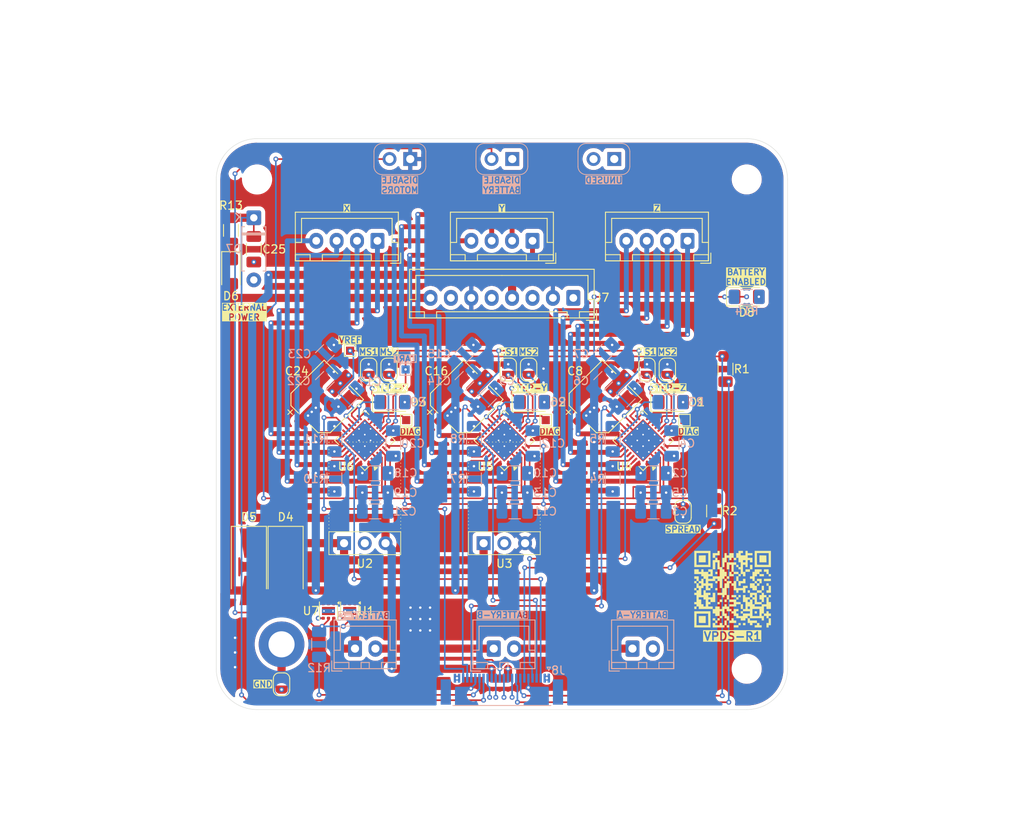
<source format=kicad_pcb>
(kicad_pcb (version 20241229) (generator "pcbnew") (generator_version "9.0")
  (layers (0 "F.Cu" signal) (4 "In1.Cu" signal) (6 "In2.Cu" signal) (2 "B.Cu" signal) (13 "F.Paste" user) (15 "B.Paste" user) (5 "F.SilkS" user "F.Silkscreen") (7 "B.SilkS" user "B.Silkscreen") (1 "F.Mask" user) (3 "B.Mask" user) (25 "Edge.Cuts" user))
  (net 0 "")
  (net 1 "GND")
  (net 2 "+3.3V")
  (net 3 "+MOTOR")
  (net 4 "/Stepper Motor Driver - X/VCP")
  (net 5 "/Stepper Motor Driver - X/DISABLE")
  (net 6 "MOTOR_DISABLE")
  (net 7 "/Stepper Motor Driver - X/SPREAD")
  (net 8 "MOTOR_UART_RX")
  (net 9 "MOTOR_UART_TX")
  (net 10 "MOTOR_STEP_X")
  (net 11 "/Stepper Motor Driver - X/VREF")
  (net 12 "MOTOR_DRIVER_A1_X")
  (net 13 "MOTOR_DIR_X")
  (net 14 "MOTOR_DRIVER_B2_X")
  (net 15 "MOTOR_DRIVER_B1_X")
  (net 16 "MOTOR_DRIVER_A2_X")
  (net 17 "MOTOR_DRIVER_B1_Y")
  (net 18 "MOTOR_DRIVER_A1_Y")
  (net 19 "MOTOR_DRIVER_B2_Y")
  (net 20 "MOTOR_DRIVER_A2_Y")
  (net 21 "MOTOR_DRIVER_B2_Z")
  (net 22 "MOTOR_DRIVER_A1_Z")
  (net 23 "MOTOR_DRIVER_A2_Z")
  (net 24 "MOTOR_DRIVER_B1_Z")
  (net 25 "Net-(J1-Pin_2)")
  (net 26 "/Stepper Motor Driver - Y/VCP")
  (net 27 "Net-(D2-A)")
  (net 28 "Net-(D3-A)")
  (net 29 "Net-(JP5-B)")
  (net 30 "Net-(JP6-B)")
  (net 31 "Net-(JP7-B)")
  (net 32 "Net-(JP8-B)")
  (net 33 "MOTOR_STEP_Y")
  (net 34 "MOTOR_STEP_Z")
  (net 35 "MOTOR_DIR_Y")
  (net 36 "MOTOR_DIR_Z")
  (net 37 "+EXTERNAL")
  (net 38 "+5V")
  (net 39 "BATTERY_ALLOWED")
  (net 40 "EXTERNAL_DETECTED")
  (net 41 "Net-(U5-CPO)")
  (net 42 "Net-(U5-CPI)")
  (net 43 "Net-(U5-5VOUT)")
  (net 44 "Net-(U6-CPO)")
  (net 45 "Net-(U6-CPI)")
  (net 46 "Net-(U6-5VOUT)")
  (net 47 "Net-(U5-BRB)")
  (net 48 "Net-(U5-BRA)")
  (net 49 "Net-(U6-BRB)")
  (net 50 "Net-(U6-BRA)")
  (net 51 "Net-(U5-DIAG)")
  (net 52 "Net-(U6-DIAG)")
  (net 61 "Net-(JP11-B)")
  (net 64 "Net-(J1-Pin_1)")
  (net 65 "Net-(D4-K)")
  (net 66 "Net-(J2-Pin_1)")
  (net 67 "Net-(JP9-B)")
  (net 70 "Net-(D6-K)")
  (net 71 "/Stepper Motor Driver - Z/VCP")
  (net 72 "Net-(U4-CPO)")
  (net 73 "Net-(U4-CPI)")
  (net 74 "Net-(U4-5VOUT)")
  (net 75 "Net-(D1-A)")
  (net 76 "Net-(JP3-B)")
  (net 77 "Net-(JP4-B)")
  (net 78 "Net-(U4-BRB)")
  (net 79 "Net-(U4-BRA)")
  (net 80 "Net-(U4-DIAG)")
  (net 84 "Net-(D8-A)")
  (footprint "LOGO" (layer "F.Cu") (at 178.267994 120.219817)
    (property "Reference" "G***" (hide yes))
    (property "Value" "LOGO" (hide yes))
  )
  (footprint "Resistor_SMD:R_1206_3216Metric_Pad1.30x1.75mm_HandSolder" (layer "F.Cu") (at 177.4 93.25 90)
    (property "Reference" "R1")
    (property "Value" "1k")
  )
  (footprint "Capacitor_SMD:C_1206_3216Metric_Pad1.33x1.80mm_HandSolder" (layer "F.Cu") (at 119.6 78.5625 -90)
    (property "Reference" "C25")
    (property "Value" "1u")
  )
  (footprint "LED_SMD:LED_1206_3216Metric_Pad1.42x1.75mm_HandSolder" (layer "F.Cu") (at 153.712502 97.308149)
    (property "Reference" "D2")
    (property "Value" "YELLOW")
  )
  (footprint "Jumper:SolderJumper-2_P1.3mm_Open_RoundedPad1.0x1.5mm" (layer "F.Cu") (at 123 131.9 90)
    (property "Reference" "JP11" (hide yes))
    (property "Value" "SolderJumper_2_Open")
  )
  (footprint "Jumper:SolderJumper-2_P1.3mm_Open_RoundedPad1.0x1.5mm" (layer "F.Cu") (at 150.774697 93.310481 -90)
    (property "Reference" "JP6" (hide yes))
    (property "Value" "SolderJumper_2_Open")
  )
  (footprint "LED_SMD:LED_1206_3216Metric_Pad1.42x1.75mm_HandSolder" (layer "F.Cu") (at 116.8 81.3125 -90)
    (property "Reference" "D6")
    (property "Value" "WHITE")
  )
  (footprint "pcb:Dummy" (layer "F.Cu") (at 150 100)
    (property "Reference" "N1" (hide yes))
    (property "Value" "Housing" (hide yes))
  )
  (footprint "Connector_JST:JST_XH_B4B-XH-A_1x04_P2.50mm_Vertical" (layer "F.Cu") (at 153.75 77.525001 180)
    (property "Reference" "J6" (hide yes))
    (property "Value" "B4B-XH-A")
  )
  (footprint "MountingHole:MountingHole_3.2mm_M3_DIN965_Pad" (layer "F.Cu") (at 123 127 90)
    (property "Reference" "H1" (hide yes))
    (property "Value" "MountingHole_Pad")
  )
  (footprint "Capacitor_SMD:CP_Elec_6.3x5.4" (layer "F.Cu") (at 162.3201 96.9799 45)
    (property "Reference" "C8")
    (property "Value" "865080343009")
  )
  (footprint "LED_SMD:LED_1206_3216Metric_Pad1.42x1.75mm_HandSolder" (layer "F.Cu") (at 170.712501 97.308151)
    (property "Reference" "D1")
    (property "Value" "YELLOW")
  )
  (footprint "pcb:VQFN-28-1EP_5x5mm_P0.5mm_EP3.7x3.7mm_ThermalVias" (layer "F.Cu") (at 133.199999 102 135)
    (property "Reference" "U6")
    (property "Value" "TMC2209-LA-T")
  )
  (footprint "Resistor_SMD:R_1206_3216Metric_Pad1.30x1.75mm_HandSolder" (layer "F.Cu") (at 176 110.65 90)
    (property "Reference" "R2")
    (property "Value" "1k")
  )
  (footprint "LED_SMD:LED_1206_3216Metric_Pad1.42x1.75mm_HandSolder" (layer "F.Cu") (at 136.612501 97.308149)
    (property "Reference" "D3")
    (property "Value" "YELLOW")
  )
  (footprint "Connector_JST:JST_XH_B4B-XH-A_1x04_P2.50mm_Vertical" (layer "F.Cu") (at 172.75 77.525 180)
    (property "Reference" "J5" (hide yes))
    (property "Value" "B4B-XH-A")
  )
  (footprint "Jumper:SolderJumper-2_P1.3mm_Open_RoundedPad1.0x1.5mm" (layer "F.Cu") (at 153.274695 93.310481 -90)
    (property "Reference" "JP5" (hide yes))
    (property "Value" "SolderJumper_2_Open")
  )
  (footprint "Package_SON:WSON-6-1EP_2x2mm_P0.65mm_EP1x1.6mm_ThermalVias" (layer "F.Cu") (at 131.35 122.912501 -90)
    (property "Reference" "U1")
    (property "Value" "TPS22810DRV")
  )
  (footprint "Jumper:SolderJumper-2_P1.3mm_Open_RoundedPad1.0x1.5mm" (layer "F.Cu") (at 167.774697 93.310482 -90)
    (property "Reference" "JP4" (hide yes))
    (property "Value" "SolderJumper_2_Open")
  )
  (footprint "TestPoint:TestPoint_Pad_1.0x1.0mm" (layer "F.Cu") (at 131.4 91 90)
    (property "Reference" "TP5" (hide yes))
    (property "Value" "TestPoint")
  )
  (footprint "pcb:VQFN-28-1EP_5x5mm_P0.5mm_EP3.7x3.7mm_ThermalVias" (layer "F.Cu") (at 150.3 102.000001 135)
    (property "Reference" "U5")
    (property "Value" "TMC2209-LA-T")
  )
  (footprint "Jumper:SolderJumper-2_P1.3mm_Open_RoundedPad1.0x1.5mm" (layer "F.Cu") (at 170.274694 93.310482 -90)
    (property "Reference" "JP3" (hide yes))
    (property "Value" "SolderJumper_2_Open")
  )
  (footprint "LED_SMD:LED_1206_3216Metric_Pad1.42x1.75mm_HandSolder" (layer "F.Cu") (at 180 84.385786)
    (property "Reference" "D8")
    (property "Value" "YELLOW")
  )
  (footprint "Capacitor_SMD:CP_Elec_6.3x5.4" (layer "F.Cu") (at 145.320101 96.979899 45)
    (property "Reference" "C16")
    (property "Value" "865080343009")
  )
  (footprint "Capacitor_SMD:CP_Elec_6.3x5.4" (layer "F.Cu") (at 128.2201 96.979899 45)
    (property "Reference" "C24")
    (property "Value" "865080343009")
  )
  (footprint "Diode_SMD:D_SMA-SMB_Universal_Handsoldering" (layer "F.Cu") (at 123.5 117.5 -90)
    (property "Reference" "D4")
    (property "Value" "SK34A")
  )
  (footprint "MountingHole:MountingHole_3.2mm_M3" (layer "F.Cu") (at 120 70 90)
    (property "Reference" "H2" (hide yes))
    (property "Value" "MountingHole")
  )
  (footprint "MountingHole:MountingHole_3.2mm_M3" (layer "F.Cu") (at 180 70 90)
    (property "Reference" "H3" (hide yes))
    (property "Value" "MountingHole")
  )
  (footprint "Jumper:SolderJumper-2_P1.3mm_Open_RoundedPad1.0x1.5mm" (layer "F.Cu") (at 133.674696 93.310481 -90)
    (property "Reference" "JP8" (hide yes))
    (property "Value" "SolderJumper_2_Open")
  )
  (footprint "Connector_JST:JST_XH_B8B-XH-A_1x08_P2.50mm_Vertical" (layer "F.Cu") (at 158.75 84.525 180)
    (property "Reference" "J7")
    (property "Value" "B8B-XH-A")
  )
  (footprint "MountingHole:MountingHole_3.2mm_M3" (layer "F.Cu") (at 180 130 90)
    (property "Reference" "H4" (hide yes))
    (property "Value" "MountingHole")
  )
  (footprint "Jumper:SolderJumper-2_P1.3mm_Open_RoundedPad1.0x1.5mm" (layer "F.Cu") (at 136.174694 93.310481 -90)
    (property "Reference" "JP7" (hide yes))
    (property "Value" "SolderJumper_2_Open")
  )
  (footprint "TestPoint:TestPoint_Pad_1.0x1.0mm" (layer "F.Cu") (at 172.37175 99.506932 90)
    (property "Reference" "TP2" (hide yes))
    (property "Value" "TestPoint")
  )
  (footprint "Package_SON:WSON-6-1EP_2x2mm_P0.65mm_EP1x1.6mm_ThermalVias" (layer "F.Cu") (at 128.75 122.9125 -90)
    (property "Reference" "U7")
    (property "Value" "TPS22810DRV")
  )
  (footprint "pcb:D24V7Fx" (layer "F.Cu") (at 150.3 114.6)
    (property "Reference" "U3")
    (property "Value" "D24V7F3" (hide yes))
  )
  (footprint "Diode_SMD:D_SMA-SMB_Universal_Handsoldering" (layer "F.Cu") (at 119 117.5 -90)
    (property "Reference" "D5")
    (property "Value" "SK34A")
  )
  (footprint "Resistor_SMD:R_1206_3216Metric_Pad1.30x1.75mm_HandSolder" (layer "F.Cu") (at 116.8 76.249999 90)
    (property "Reference" "R13")
    (property "Value" "3k")
  )
  (footprint "pcb:VQFN-28-1EP_5x5mm_P0.5mm_EP3.7x3.7mm_ThermalVias" (layer "F.Cu") (at 167.299999 102.000001 135)
    (property "Reference" "U4")
    (property "Value" "TMC2209-LA-T")
  )
  (footprint "TestPoint:TestPoint_Pad_1.0x1.0mm" (layer "F.Cu") (at 138.271749 99.506931 90)
    (property "Reference" "TP4" (hide yes))
    (property "Value" "TestPoint")
  )
  (footprint "Jumper:SolderJumper-2_P1.3mm_Open_RoundedPad1.0x1.5mm" (layer "F.Cu") (at 172.2 110.749999 90)
    (property "Reference" "JP2" (hide yes))
    (property "Value" "SolderJumper_2_Open")
  )
  (footprint "pcb:D24V7Fx" (layer "F.Cu") (at 133.2 114.6)
    (property "Reference" "U2")
    (property "Value" "D24V7F5" (hide yes))
  )
  (footprint "Connector_JST:JST_XH_B4B-XH-A_1x04_P2.50mm_Vertical" (layer "F.Cu") (at 134.75 77.525001 180)
    (property "Reference" "J4" (hide yes))
    (property "Value" "B4B-XH-A")
  )
  (footprint "TestPoint:TestPoint_Pad_1.0x1.0mm" (layer "F.Cu") (at 155.371751 99.506931 90)
    (property "Reference" "TP3" (hide yes))
    (property "Value" "TestPoint")
  )
  (footprint "Capacitor_SMD:C_1206_3216Metric_Pad1.33x1.80mm_HandSolder" (layer "B.Cu") (at 151.583297 106.031191)
    (property "Reference" "C10")
    (property "Value" "100n")
  )
  (footprint "Capacitor_SMD:C_1206_3216Metric_Pad1.33x1.80mm_HandSolder" (layer "B.Cu") (at 151.562501 110.700001)
    (property "Reference" "C11")
    (property "Value" "10n")
  )
  (footprint "Diode_THT:D_A-405_P7.62mm_Horizontal" (layer "B.Cu") (at 119.6 74.7 -90)
    (property "Reference" "D7")
    (property "Value" "1N4727A")
  )
  (footprint "Capacitor_SMD:C_1206_3216Metric_Pad1.33x1.80mm_HandSolder" (layer "B.Cu") (at 131.079548 96.755629 45)
    (property "Reference" "C17")
    (property "Value" "100n")
  )
  (footprint "Capacitor_SMD:C_1206_3216Metric_Pad1.33x1.80mm_HandSolder" (layer "B.Cu") (at 151.562501 108.400003)
    (property "Reference" "C13")
    (property "Value" "10n")
  )
  (footprint "Resistor_SMD:R_1206_3216Metric_Pad1.30x1.75mm_HandSolder" (layer "B.Cu") (at 129.474695 106.710483 90)
    (property "Reference" "R10")
    (property "Value" "RL1206FR-070R05L")
  )
  (footprint "Resistor_SMD:R_1206_3216Metric_Pad1.30x1.75mm_HandSolder" (layer "B.Cu") (at 146.574697 106.710483 90)
    (property "Reference" "R7")
    (property "Value" "RL1206FR-070R05L")
  )
  (footprint "Resistor_SMD:R_1206_3216Metric_Pad1.30x1.75mm_HandSolder" (layer "B.Cu") (at 163.574694 101.810483 -90)
    (property "Reference" "R5")
    (property "Value" "RL1206FR-070R05L")
  )
  (footprint "Resistor_SMD:R_1206_3216Metric_Pad1.30x1.75mm_HandSolder" (layer "B.Cu") (at 163.574696 106.710484 90)
    (property "Reference" "R4")
    (property "Value" "RL1206FR-070R05L")
  )
  (footprint "Capacitor_SMD:C_1206_3216Metric_Pad1.33x1.80mm_HandSolder" (layer "B.Cu") (at 128.304853 94.695146 45)
    (property "Reference" "C22")
    (property "Value" "100n")
  )
  (footprint "Resistor_SMD:R_1206_3216Metric_Pad1.30x1.75mm_HandSolder" (layer "B.Cu") (at 180 84.4 180)
    (property "Reference" "R14")
    (property "Value" "2k")
  )
  (footprint "Capacitor_SMD:C_1206_3216Metric_Pad1.33x1.80mm_HandSolder" (layer "B.Cu") (at 134.4625 110.7)
    (property "Reference" "C21")
    (property "Value" "10n")
  )
  (footprint "Capacitor_SMD:C_1206_3216Metric_Pad1.33x1.80mm_HandSolder" (layer "B.Cu") (at 165.179548 96.75563 45)
    (property "Reference" "C1")
    (property "Value" "100n")
  )
  (footprint "Capacitor_SMD:C_1206_3216Metric_Pad1.33x1.80mm_HandSolder" (layer "B.Cu") (at 153.791853 102.362499 -90)
    (property "Reference" "C12")
    (property "Value" "2u2")
  )
  (footprint "Capacitor_SMD:C_1206_3216Metric_Pad1.33x1.80mm_HandSolder" (layer "B.Cu") (at 148.179549 96.755629 45)
    (property "Reference" "C9")
    (property "Value" "100n")
  )
  (footprint "Capacitor_SMD:C_1206_3216Metric_Pad1.33x1.80mm_HandSolder" (layer "B.Cu") (at 162.404853 91.395145 45)
    (property "Reference" "C7")
    (property "Value" "100n")
  )
  (footprint "Resistor_SMD:R_1206_3216Metric_Pad1.30x1.75mm_HandSolder" (layer "B.Cu") (at 136.549998 97.308147 180)
    (property "Reference" "R9")
    (property "Value" "2k")
  )
  (footprint "Capacitor_SMD:C_1206_3216Metric_Pad1.33x1.80mm_HandSolder" (layer "B.Cu") (at 134.483295 106.031191)
    (property "Reference" "C18")
    (property "Value" "100n")
  )
  (footprint "Resistor_SMD:R_1206_3216Metric_Pad1.30x1.75mm_HandSolder" (layer "B.Cu") (at 170.649998 97.308148 180)
    (property "Reference" "R3")
    (property "Value" "2k")
  )
  (footprint "Resistor_SMD:R_1206_3216Metric_Pad1.30x1.75mm_HandSolder" (layer "B.Cu") (at 146.574696 101.810482 -90)
    (property "Reference" "R8")
    (property "Value" "RL1206FR-070R05L")
  )
  (footprint "Capacitor_SMD:C_1206_3216Metric_Pad1.33x1.80mm_HandSolder" (layer "B.Cu") (at 168.5625 108.400004)
    (property "Reference" "C5")
    (property "Value" "10n")
  )
  (footprint "Capacitor_SMD:C_1206_3216Metric_Pad1.33x1.80mm_HandSolder" (layer "B.Cu") (at 136.691852 102.362499 -90)
    (property "Reference" "C20")
    (property "Value" "2u2")
  )
  (footprint "Connector_JST:JST_XH_B2B-XH-A_1x02_P2.50mm_Vertical" (layer "B.Cu") (at 132 127.525)
    (property "Reference" "J2" (hide yes))
    (property "Value" "B2B-XH-A")
  )
  (footprint "Capacitor_SMD:C_1206_3216Metric_Pad1.33x1.80mm_HandSolder" (layer "B.Cu") (at 128.304852 91.395144 45)
    (property "Reference" "C23")
    (property "Value" "100n")
  )
  (footprint "Capacitor_SMD:C_1206_3216Metric_Pad1.33x1.80mm_HandSolder" (layer "B.Cu") (at 145.404854 94.695146 45)
    (property "Reference" "C14")
    (property "Value" "100n")
  )
  (footprint "Capacitor_SMD:C_1206_3216Metric_Pad1.33x1.80mm_HandSolder" (layer "B.Cu") (at 168.5625 110.700001)
    (property "Reference" "C3")
    (property "Value" "10n")
  )
  (footprint "Capacitor_SMD:C_1206_3216Metric_Pad1.33x1.80mm_HandSolder" (layer "B.Cu") (at 170.791852 102.3625 -90)
    (property "Reference" "C4")
    (property "Value" "2u2")
  )
  (footprint "TestPoint:TestPoint_Pad_1.0x1.0mm" (layer "B.Cu") (at 138.2 93.300001 -90)
    (property "Reference" "TP1" (hide yes))
    (property "Value" "TestPoint")
  )
  (footprint "pcb:Flat Flexible Cable 24-Pin 0.5mm Connector" (layer "B.Cu") (at 150 132.499999 180)
    (property "Reference" "J8")
    (property "Value" "FFC2B28-24-G" (hide yes))
  )
  (footprint "pcb:NPC02SXON-RC" (layer "B.Cu") (at 138.77 67.5 90)
    (property "Reference" "JP1" (hide yes))
    (property "Value" "Jumper_2_Bridged")
  )
  (footprint "Capacitor_SMD:C_1206_3216Metric_Pad1.33x1.80mm_HandSolder" (layer "B.Cu") (at 134.462499 108.400003)
    (property "Reference" "C19")
    (property "Value" "10n")
  )
  (footprint "pcb:NPC02SXON-RC" (layer "B.Cu") (at 151.27 67.5 90)
    (property "Reference" "JP9" (hide yes))
    (property "Value" "Jumper_2_Bridged")
  )
  (footprint "Capacitor_SMD:C_1206_3216Metric_Pad1.33x1.80mm_HandSolder" (layer "B.Cu") (at 145.404854 91.395144 45)
    (property "Reference" "C15")
    (property "Value" "100n")
  )
  (footprint "Resistor_SMD:R_1206_3216Metric_Pad1.30x1.75mm_HandSolder" (layer "B.Cu") (at 129.474694 101.810482 -90)
    (property "Reference" "R11")
    (property "Value" "RL1206FR-070R05L")
  )
  (footprint "Capacitor_SMD:C_1206_3216Metric_Pad1.33x1.80mm_HandSolder" (layer "B.Cu") (at 168.583296 106.031192)
    (property "Reference" "C2")
    (property "Value" "100n")
  )
  (footprint "Connector_JST:JST_XH_B2B-XH-A_1x02_P2.50mm_Vertical" (layer "B.Cu") (at 166.000001 127.525)
    (property "Reference" "J3" (hide yes))
    (property "Value" "B2B-XH-A")
  )
  (footprint "Resistor_SMD:R_1206_3216Metric_Pad1.30x1.75mm_HandSolder" (layer "B.Cu") (at 127.6 127 90)
    (property "Reference" "R12")
    (property "Value" "1k")
  )
  (footprint "Connector_JST:JST_XH_B2B-XH-A_1x02_P2.50mm_Vertical" (layer "B.Cu") (at 149 127.524999)
    (property "Reference" "J1" (hide yes))
    (property "Value" "B2B-XH-A")
  )
  (footprint "pcb:NPC02SXON-RC" (layer "B.Cu") (at 163.77 67.5 90)
    (property "Reference" "JP10" (hide yes))
    (property "Value" "Jumper_2_Bridged")
  )
  (footprint "Capacitor_SMD:C_1206_3216Metric_Pad1.33x1.80mm_HandSolder" (layer "B.Cu") (at 162.404853 94.695147 45)
    (property "Reference" "C6")
    (property "Value" "100n")
  )
  (footprint "Resistor_SMD:R_1206_3216Metric_Pad1.30x1.75mm_HandSolder" (layer "B.Cu") (at 153.65 97.308147 180)
    (property "Reference" "R6")
    (property "Value" "2k")
  )
  (gr_arc (start 115 70) (mid 116.464466 66.464466) (end 120 65) (stroke (width 0.05)) (layer "Edge.Cuts"))
  (gr_arc (start 180 65) (mid 183.535534 66.464466) (end 185 70) (stroke (width 0.05)) (layer "Edge.Cuts"))
  (gr_line (start 115 130) (end 115 70) (stroke (width 0.05)) (layer "Edge.Cuts"))
  (gr_line (start 185 70) (end 185 130) (stroke (width 0.05)) (layer "Edge.Cuts"))
  (gr_line (start 180 135) (end 120 135) (stroke (width 0.05)) (layer "Edge.Cuts"))
  (gr_arc (start 185 130) (mid 183.535534 133.535534) (end 180 135) (stroke (width 0.05)) (layer "Edge.Cuts"))
  (gr_line (start 120 65) (end 180 65) (stroke (width 0.05)) (layer "Edge.Cuts"))
  (gr_arc (start 120 135) (mid 116.464466 133.535534) (end 115 130) (stroke (width 0.05)) (layer "Edge.Cuts"))
  (gr_text "STEP-X" (at 134 96.020648 0) (layer "F.SilkS" knockout) (effects (font (size 0.75 0.75) (thickness 0.15) (bold yes)) (justify left bottom)))
  (gr_text "DIAG" (at 171.5 100.9 0) (layer "F.SilkS" knockout) (effects (font (size 0.75 0.75) (thickness 0.15) (bold yes)) (justify left)))
  (gr_text "MS1" (at 150.749391 91.6 0) (layer "F.SilkS" knockout) (effects (font (size 0.75 0.75) (thickness 0.15) (bold yes)) (justify bottom)))
  (gr_text "VREF" (at 131.4 89.7 0) (layer "F.SilkS" knockout) (effects (font (size 0.75 0.75) (thickness 0.15) (bold yes))))
  (gr_text "MS1" (at 133.64939 91.6 0) (layer "F.SilkS" knockout) (effects (font (size 0.75 0.75) (thickness 0.15) (bold yes)) (justify bottom)))
  (gr_text "MS2" (at 153.274695 91.6 0) (layer "F.SilkS" knockout) (effects (font (size 0.75 0.75) (thickness 0.15) (bold yes)) (justify bottom)))
  (gr_text "Z" (at 169 74.015 0) (layer "F.SilkS" knockout) (effects (font (size 0.75 0.75) (thickness 0.15) (bold yes)) (justify bottom)))
  (gr_text "STEP-Y" (at 151.1 96.020648 0) (layer "F.SilkS" knockout) (effects (font (size 0.75 0.75) (thickness 0.15) (bold yes)) (justify left bottom)))
  (gr_text "MS2" (at 170.274694 91.6 0) (layer "F.SilkS" knockout) (effects (font (size 0.75 0.75) (thickness 0.15) (bold yes)) (justify bottom)))
  (gr_text "SPREAD" (at 172.2 112.9 0) (layer "F.SilkS" knockout) (effects (font (size 0.75 0.75) (thickness 0.15) (bold yes))))
  (gr_text "GND" (at 120.7 131.9 0) (layer "F.SilkS" knockout) (effects (font (size 0.75 0.75) (thickness 0.15) (bold yes))))
  (gr_text "DIAG" (at 154.5 100.9 0) (layer "F.SilkS" knockout) (effects (font (size 0.75 0.75) (thickness 0.15) (bold yes)) (justify left)))
  (gr_text "DIAG" (at 137.4 100.9 0) (layer "F.SilkS" knockout) (effects (font (size 0.75 0.75) (thickness 0.15) (bold yes)) (justify left)))
  (gr_text "Y" (at 150 74.015001 0) (layer "F.SilkS" knockout) (effects (font (size 0.75 0.75) (thickness 0.15) (bold yes)) (justify bottom)))
  (gr_text "STEP-Z" (at 168.1 96 0) (layer "F.SilkS" knockout) (effects (font (size 0.75 0.75) (thickness 0.15) (bold yes)) (justify left bottom)))
  (gr_text "MS2" (at 136.174694 91.6 0) (layer "F.SilkS" knockout) (effects (font (size 0.75 0.75) (thickness 0.15) (bold yes)) (justify bottom)))
  (gr_text "X" (at 131 74.015001 0) (layer "F.SilkS" knockout) (effects (font (size 0.75 0.75) (thickness 0.15) (bold yes)) (justify bottom)))
  (gr_text "EXTERNAL\nPOWER" (at 118.4 86.3 0) (layer "F.SilkS" knockout) (effects (font (size 0.75 0.75) (thickness 0.15) (bold yes))))
  (gr_text "BATTERY\nENABLED" (at 179.9 83 0) (layer "F.SilkS" knockout) (effects (font (size 0.75 0.75) (thickness 0.15) (bold yes)) (justify bottom)))
  (gr_text "VPDS-R1" (at 178.267993 126.019816 0) (layer "F.SilkS" knockout) (effects (font (size 1 1) (thickness 0.2) (bold yes))))
  (gr_text "MS1" (at 167.74939 91.6 0) (layer "F.SilkS" knockout) (effects (font (size 0.75 0.75) (thickness 0.15) (bold yes)) (justify bottom)))
  (gr_text "BATTERY-C" (at 133.100001 123.5 0) (layer "B.SilkS" knockout) (effects (font (size 0.75 0.75) (thickness 0.15) (bold yes)) (justify mirror)))
  (gr_text "BATTERY-B" (at 150.100001 123.4 0) (layer "B.SilkS" knockout) (effects (font (size 0.75 0.75) (thickness 0.15) (bold yes)) (justify mirror)))
  (gr_text "UNUSED" (at 162.5 70.1 0) (layer "B.SilkS" knockout) (effects (font (size 0.75 0.75) (thickness 0.15) (bold yes)) (justify mirror)))
  (gr_text "DISABLE\nBATTERY" (at 150 70.7 0) (layer "B.SilkS" knockout) (effects (font (size 0.75 0.75) (thickness 0.15) (bold yes)) (justify mirror)))
  (gr_text "BATTERY-A" (at 167.250001 123.4 0) (layer "B.SilkS" knockout) (effects (font (size 0.75 0.75) (thickness 0.15) (bold yes)) (justify mirror)))
  (gr_text "DISABLE\nMOTORS" (at 137.5 70.7 0) (layer "B.SilkS" knockout) (effects (font (size 0.75 0.75) (thickness 0.15) (bold yes)) (justify mirror)))
  (gr_text "UART" (at 138.2 92 0) (layer "B.SilkS" knockout) (effects (font (size 0.75 0.75) (thickness 0.15) (bold yes)) (justify mirror)))
  (segment (start 151.678859 104.085965) (end 150.3 102.707106) (width 0.2) (layer "F.Cu") (net 1))
  (segment (start 152.225 97.308147) (end 151.200001 96.283148) (width 0.2) (layer "F.Cu") (net 1))
  (segment (start 167.299999 100.585789) (end 167.299999 102.000001) (width 0.2) (layer "F.Cu") (net 1))
  (segment (start 130.700001 123.8) (end 130.114213 123.8) (width 0.2) (layer "F.Cu") (net 1))
  (segment (start 169.224999 97.308148) (end 168.2 96.283149) (width 0.2) (layer "F.Cu") (net 1))
  (segment (start 178.5 84.373286) (end 178.5125 84.385785) (width 0.2) (layer "F.Cu") (net 1))
  (segment (start 130.114213 123.8) (end 130.107106 123.792893) (width 0.2) (layer "F.Cu") (net 1))
  (segment (start 133.199998 102.707106) (end 133.199999 102) (width 0.2) (layer "F.Cu") (net 1))
  (segment (start 131.467586 100.267587) (end 133.199999 102) (width 0.2) (layer "F.Cu") (net 1))
  (segment (start 150.3 102.707106) (end 150.3 102.000001) (width 0.2) (layer "F.Cu") (net 1))
  (segment (start 151.325307 99.560483) (end 150.3 100.585788) (width 0.2) (layer "F.Cu") (net 1))
  (segment (start 168.678858 104.085966) (end 167.299999 102.707107) (width 0.2) (layer "F.Cu") (net 1))
  (segment (start 128.1 123.8) (end 127.5 123.8) (width 0.2) (layer "F.Cu") (net 1))
  (segment (start 151.200001 96.283148) (end 151.2 95.608148) (width 0.2) (layer "F.Cu") (net 1))
  (segment (start 133.199999 100.585788) (end 133.199999 102) (width 0.2) (layer "F.Cu") (net 1))
  (segment (start 179.985786 84.385786) (end 178.5125 84.385786) (width 0.2) (layer "F.Cu") (net 1))
  (segment (start 134.225305 99.560483) (end 133.199999 100.585788) (width 0.2) (layer "F.Cu") (net 1))
  (segment (start 167.299999 102.707107) (end 167.299999 102.000001) (width 0.2) (layer "F.Cu") (net 1))
  (segment (start 134.578857 104.085965) (end 133.199998 102.707106) (width 0.2) (layer "F.Cu") (net 1))
  (segment (start 135.124998 97.308147) (end 134.1 96.283148) (width 0.2) (layer "F.Cu") (net 1))
  (segment (start 168.2 96.283149) (end 168.199999 95.608149) (width 0.2) (layer "F.Cu") (net 1))
  (segment (start 150.3 100.585788) (end 150.3 102.000001) (width 0.2) (layer "F.Cu") (net 1))
  (segment (start 148.567587 100.267588) (end 150.3 102.000001) (width 0.2) (layer "F.Cu") (net 1))
  (segment (start 165.567586 100.267588) (end 167.299999 102.000001) (width 0.2) (layer "F.Cu") (net 1))
  (segment (start 168.325306 99.560484) (end 167.299999 100.585789) (width 0.2) (layer "F.Cu") (net 1))
  (segment (start 134.1 96.283148) (end 134.099999 95.608148) (width 0.2) (layer "F.Cu") (net 1))
  (via (at 144.5 131.15) (size 0.6) (drill 0.3) (layers "F.Cu" "B.Cu") (net 1))
  (via (at 129.474696 108.260484) (size 0.6) (drill 0.3) (layers "F.Cu" "B.Cu") (net 1))
  (via (at 129.199998 95.999998) (size 0.6) (drill 0.3) (layers "F.Cu" "B.Cu") (net 1))
  (via (at 165.299997 94) (size 0.6) (drill 0.3) (layers "F.Cu" "B.Cu") (net 1))
  (via (at 179.985786 84.385786) (size 0.6) (drill 0.3) (layers "F.Cu" "B.Cu") (net 1))
  (via (at 151.25 133.5) (size 0.6) (drill 0.3) (layers "F.Cu" "B.Cu") (net 1))
  (via (at 151.2 95.608148) (size 0.6) (drill 0.3) (layers "F.Cu" "B.Cu") (net 1))
  (via (at 150.25 133.5) (size 0.6) (drill 0.3) (layers "F.Cu" "B.Cu") (net 1))
  (via (at 163.574694 100.260483) (size 0.6) (drill 0.3) (layers "F.Cu" "B.Cu") (net 1))
  (via (at 123 132.55) (size 0.6) (drill 0.3) (layers "F.Cu" "B.Cu") (net 1))
  (via (at 129.409707 93.590289) (size 0.6) (drill 0.3) (layers "F.Cu" "B.Cu") (net 1))
  (via (at 129.409707 90.29029) (size 0.6) (drill 0.3) (layers "F.Cu" "B.Cu") (net 1))
  (via (at 131.199997 93.999999) (size 0.6) (drill 0.3) (layers "F.Cu" "B.Cu") (net 1))
  (via (at 163.299998 95.999999) (size 0.6) (drill 0.3) (layers "F.Cu" "B.Cu") (net 1))
  (via (at 168.199999 95.608149) (size 0.6) (drill 0.3) (layers "F.Cu" "B.Cu") (net 1))
  (via (at 146.299999 95.999998) (size 0.6) (drill 0.3) (layers "F.Cu" "B.Cu") (net 1))
  (via (at 147.300001 94.999998) (size 0.6) (drill 0.3) (layers "F.Cu" "B.Cu") (net 1))
  (via (at 146.509708 93.590289) (size 0.6) (drill 0.3) (layers "F.Cu" "B.Cu") (net 1))
  (via (at 130.107106 123.792893) (size 0.6) (drill 0.3) (layers "F.Cu" "B.Cu") (net 1))
  (via (at 132.184402 95.650773) (size 0.6) (drill 0.3) (layers "F.Cu" "B.Cu") (net 1))
  (via (at 166.284402 95.650774) (size 0.6) (drill 0.3) (layers "F.Cu" "B.Cu") (net 1))
  (via (at 149.25 133.5) (size 0.6) (drill 0.3) (layers "F.Cu" "B.Cu") (net 1))
  (via (at 146.574695 100.260482) (size 0.6) (drill 0.3) (layers "F.Cu" "B.Cu") (net 1))
  (via (at 148.299998 94) (size 0.6) (drill 0.3) (layers "F.Cu" "B.Cu") (net 1))
  (via (at 137 103.9) (size 0.6) (drill 0.3) (layers "F.Cu" "B.Cu") (net 1))
  (via (at 164.3 94.999998) (size 0.6) (drill 0.3) (layers "F.Cu" "B.Cu") (net 1))
  (via (at 127.5 123.8) (size 0.6) (drill 0.3) (layers "F.Cu" "B.Cu") (net 1))
  (via (at 134.099999 95.608148) (size 0.6) (drill 0.3) (layers "F.Cu" "B.Cu") (net 1))
  (via (at 149.284403 95.650774) (size 0.6) (drill 0.3) (layers "F.Cu" "B.Cu") (net 1))
  (via (at 171.100001 103.9) (size 0.6) (drill 0.3) (layers "F.Cu" "B.Cu") (net 1))
  (via (at 154.000001 103.924999) (size 0.6) (drill 0.3) (layers "F.Cu" "B.Cu") (net 1))
  (via (at 155.5 131.15) (size 0.6) (drill 0.3) (layers "F.Cu" "B.Cu") (net 1))
  (via (at 130.2 94.999998) (size 0.6) (drill 0.3) (layers "F.Cu" "B.Cu") (net 1))
  (via (at 163.509707 90.29029) (size 0.6) (drill 0.3) (layers "F.Cu" "B.Cu") (net 1))
  (via (at 146.574697 108.260484) (size 0.6) (drill 0.3) (layers "F.Cu" "B.Cu") (net 1))
  (via (at 163.574697 108.260485) (size 0.6) (drill 0.3) (layers "F.Cu" "B.Cu") (net 1))
  (via (at 146.509708 90.29029) (size 0.6) (drill 0.3) (layers "F.Cu" "B.Cu") (net 1))
  (via (at 129.474694 100.260483) (size 0.6) (drill 0.3) (layers "F.Cu" "B.Cu") (net 1))
  (via (at 148.5 133.5) (size 0.6) (drill 0.3) (layers "F.Cu" "B.Cu") (net 1))
  (via (at 119.6 80.125) (size 0.6) (drill 0.3) (layers "F.Cu" "B.Cu") (net 1))
  (via (at 163.509707 93.59029) (size 0.6) (drill 0.3) (layers "F.Cu" "B.Cu") (net 1))
  (segment (start 151.25 133.5) (end 151.25 131.15) (width 0.2) (layer "B.Cu") (net 1))
  (segment (start 144.25 131.15) (end 144.5 131.15) (width 0.2) (layer "B.Cu") (net 1))
  (segment (start 150.25 133.5) (end 150.25 131.15) (width 0.2) (layer "B.Cu") (net 1))
  (segment (start 148.5 132.3) (end 148.25 132.05) (width 0.2) (layer "B.Cu") (net 1))
  (segment (start 148.5 133.5) (end 148.5 132.3) (width 0.2) (layer "B.Cu") (net 1))
  (segment (start 149.25 133.5) (end 149.25 131.15) (width 0.2) (layer "B.Cu") (net 1))
  (segment (start 155.5 131.15) (end 155.25 131.15) (width 0.2) (layer "B.Cu") (net 1))
  (segment (start 155.75 131.15) (end 155.5 131.15) (width 0.2) (layer "B.Cu") (net 1))
  (segment (start 148.25 132.05) (end 148.25 131.15) (width 0.2) (layer "B.Cu") (net 1))
  (segment (start 144.5 131.15) (end 144.75 131.15) (width 0.2) (layer "B.Cu") (net 1))
  (segment (start 149.75 130) (end 149.75 129.867215) (width 0.2) (layer "F.Cu") (net 2))
  (segment (start 166.693072 99.20693) (end 166.628249 99.206927) (width 0.2) (layer "F.Cu") (net 2))
  (segment (start 149.693073 99.206928) (end 149.62825 99.206926) (width 0.2) (layer "F.Cu") (net 2))
  (segment (start 149.75 129.868215) (end 148.781785 128.9) (width 0.2) (layer "F.Cu") (net 2))
  (segment (start 167.233742 98.650001) (end 167.233742 98.66626) (width 0.2) (layer "F.Cu") (net 2))
  (segment (start 150.517215 129.1) (end 151.4 129.1) (width 0.2) (layer "F.Cu") (net 2))
  (segment (start 132.52825 99.206926) (end 132.528248 99.206926) (width 0.2) (layer "F.Cu") (net 2))
  (segment (start 149.75 129.867215) (end 150.517215 129.1) (width 0.2) (layer "F.Cu") (net 2))
  (segment (start 150.300001 98.6) (end 149.693073 99.206928) (width 0.2) (layer "F.Cu") (net 2))
  (segment (start 167.233742 98.66626) (end 166.693072 99.20693) (width 0.2) (layer "F.Cu") (net 2))
  (segment (start 149.75 130) (end 149.75 129.868215) (width 0.2) (layer "F.Cu") (net 2))
  (segment (start 148.781785 128.9) (end 147.8 128.9) (width 0.2) (layer "F.Cu") (net 2))
  (segment (start 133.3 98.435176) (end 132.52825 99.206926) (width 0.2) (layer "F.Cu") (net 2))
  (via (at 140 123.9) (size 0.6) (drill 0.3) (layers "F.Cu" "B.Cu") (net 2))
  (via (at 167.233742 98.650001) (size 0.6) (drill 0.3) (layers "F.Cu" "B.Cu") (net 2))
  (via (at 150.774695 92.660482) (size 0.6) (drill 0.3) (layers "F.Cu" "B.Cu") (net 2))
  (via (at 140 125.3) (size 0.6) (drill 0.3) (layers "F.Cu" "B.Cu") (net 2))
  (via (at 170.274694 92.660483) (size 0.6) (drill 0.3) (layers "F.Cu" "B.Cu") (net 2))
  (via (at 155.1 94.9) (size 0.6) (drill 0.3) (layers "F.Cu" "B.Cu") (net 2))
  (via (at 138.8 123.9) (size 0.6) (drill 0.3) (layers "F.Cu" "B.Cu") (net 2))
  (via (at 133.3 98.435176) (size 0.6) (drill 0.3) (layers "F.Cu" "B.Cu") (net 2))
  (via (at 172.2 111.399997) (size 0.6) (drill 0.3) (layers "F.Cu" "B.Cu") (net 2))
  (via (at 153.25 132.3) (size 0.6) (drill 0.3) (layers "F.Cu" "B.Cu") (net 2))
  (via (at 117.3 126.2) (size 0.6) (drill 0.3) (layers "F.Cu" "B.Cu") (net 2))
  (via (at 129.974696 97.860481) (size 0.6) (drill 0.3) (layers "F.Cu" "B.Cu") (net 2))
  (via (at 140 122.5) (size 0.6) (drill 0.3) (layers "F.Cu" "B.Cu") (net 2))
  (via (at 136.174693 92.660482) (size 0.6) (drill 0.3) (layers "F.Cu" "B.Cu") (net 2))
  (via (at 155.1 93.199999) (size 0.6) (drill 0.3) (layers "F.Cu" "B.Cu") (net 2))
  (via (at 138.8 122.500001) (size 0.6) (drill 0.3) (layers "F.Cu" "B.Cu") (net 2))
  (via (at 150.300001 98.6) (size 0.6) (drill 0.3) (layers "F.Cu" "B.Cu") (net 2))
  (via (at 117.3 129.8) (size 0.6) (drill 0.3) (layers "F.Cu" "B.Cu") (net 2))
  (via (at 141.2 122.5) (size 0.6) (drill 0.3) (layers "F.Cu" "B.Cu") (net 2))
  (via (at 117.3 128) (size 0.6) (drill 0.3) (layers "F.Cu" "B.Cu") (net 2))
  (via (at 167.774694 92.660483) (size 0.6) (drill 0.3) (layers "F.Cu" "B.Cu") (net 2))
  (via (at 147.074697 97.860481) (size 0.6) (drill 0.3) (layers "F.Cu" "B.Cu") (net 2))
  (via (at 164.074696 97.860482) (size 0.6) (drill 0.3) (layers "F.Cu" "B.Cu") (net 2))
  (via (at 141.2 123.9) (size 0.6) (drill 0.3) (layers "F.Cu" "B.Cu") (net 2))
  (via (at 133.674693 92.660482) (size 0.6) (drill 0.3) (layers "F.Cu" "B.Cu") (net 2))
  (via (at 153.274695 92.660482) (size 0.6) (drill 0.3) (layers "F.Cu" "B.Cu") (net 2))
  (via (at 146.2 132.4) (size 0.6) (drill 0.3) (layers "F.Cu" "B.Cu") (net 2))
  (via (at 141.2 125.3) (size 0.6) (drill 0.3) (layers "F.Cu" "B.Cu") (net 2))
  (via (at 138.8 125.300001) (size 0.6) (drill 0.3) (layers "F.Cu" "B.Cu") (net 2))
  (via (at 149.75 130) (size 0.6) (drill 0.3) (layers "F.Cu" "B.Cu") (net 2))
  (segment (start 153.25 132.3) (end 153.25 131.15) (width 0.2) (layer "B.Cu") (net 2))
  (segment (start 149.75 130) (end 148.95 129.2) (width 0.2) (layer "B.Cu") (net 2))
  (segment (start 148.95 129.2) (end 148.4 129.2) (width 0.2) (layer "B.Cu") (net 2))
  (segment (start 146.2 132.4) (end 146.75 131.85) (width 0.2) (layer "B.Cu") (net 2))
  (segment (start 146.75 131.85) (end 146.75 131.15) (width 0.2) (layer "B.Cu") (net 2))
  (segment (start 149.75 130) (end 149.75 131.15) (width 0.2) (layer "B.Cu") (net 2))
  (segment (start 144.300001 105.999999) (end 144.301001 106.000999) (width 0.6) (layer "F.Cu") (net 3))
  (segment (start 165.599509 106.000001) (end 167 105.999999) (width 0.6) (layer "F.Cu") (net 3))
  (segment (start 161.3 102.200002) (end 164.035176 102.199999) (width 0.6) (layer "F.Cu") (net 3))
  (segment (start 131.49851 106.000999) (end 132.617343 104.882166) (width 0.6) (layer "F.Cu") (net 3))
  (segment (start 131.999999 121.3) (end 132 120.4) (width 1) (layer "F.Cu") (net 3))
  (segment (start 129.4 121.2) (end 129.4 122.0115) (width 0.4) (layer "F.Cu") (net 3))
  (segment (start 147.035177 102.199998) (end 147.417834 102.582654) (width 0.6) (layer "F.Cu") (net 3))
  (segment (start 132 120.4) (end 129.4 120.4) (width 1) (layer "F.Cu") (net 3))
  (segment (start 129.4 120.4) (end 129.4 121.2) (width 1) (layer "F.Cu") (net 3))
  (segment (start 161.3 120.4) (end 132 120.4) (width 1) (layer "F.Cu") (net 3))
  (segment (start 148.598512 106.000999) (end 149.717344 104.882166) (width 0.6) (layer "F.Cu") (net 3))
  (segment (start 131.49851 106.000999) (end 131.499509 106) (width 0.2) (layer "F.Cu") (net 3))
  (segment (start 161.3 106) (end 161.301 106.001) (width 0.6) (layer "F.Cu") (net 3))
  (segment (start 164.035176 102.199999) (end 164.417833 102.582654) (width 0.6) (layer "F.Cu") (net 3))
  (segment (start 165.59851 106.001) (end 165.599509 106.000001) (width 0.2) (layer "F.Cu") (net 3))
  (segment (start 127.2 102.200001) (end 129.935175 102.199998) (width 0.6) (layer "F.Cu") (net 3))
  (segment (start 129.4 120.4) (end 123.5 120.4) (width 1) (layer "F.Cu") (net 3))
  (segment (start 161.301 106.001) (end 165.59851 106.001) (width 0.6) (layer "F.Cu") (net 3))
  (segment (start 161.299999 84.4) (end 177.3 84.4) (width 0.2) (layer "F.Cu") (net 3))
  (segment (start 148.59951 106) (end 150 105.999998) (width 0.6) (layer "F.Cu") (net 3))
  (segment (start 144.300001 102.200002) (end 147.035177 102.199998) (width 0.6) (layer "F.Cu") (net 3))
  (segment (start 165.59851 106.001) (end 166.717343 104.882167) (width 0.6) (layer "F.Cu") (net 3))
  (segment (start 131.999999 121.3) (end 132 122.0115) (width 0.4) (layer "F.Cu") (net 3))
  (segment (start 148.598512 106.000999) (end 148.59951 106) (width 0.2) (layer "F.Cu") (net 3))
  (segment (start 129.935175 102.199998) (end 130.317833 102.582654) (width 0.6) (layer "F.Cu") (net 3))
  (segment (start 127.201 106.001) (end 131.49851 106.000999) (width 0.6) (layer "F.Cu") (net 3))
  (segment (start 127.199999 105.999999) (end 127.201 106.001) (width 0.6) (layer "F.Cu") (net 3))
  (segment (start 131.499509 106) (end 132.899999 105.999998) (width 0.6) (layer "F.Cu") (net 3))
  (segment (start 144.301001 106.000999) (end 148.598512 106.000999) (width 0.6) (layer "F.Cu") (net 3))
  (via (at 143.340204 98.959798) (size 0.6) (drill 0.3) (layers "F.Cu" "B.Cu") (net 3))
  (via (at 144.300001 102.200002) (size 0.6) (drill 0.3) (layers "F.Cu" "B.Cu") (net 3))
  (via (at 160.340203 98.959799) (size 0.6) (drill 0.3) (layers "F.Cu" "B.Cu") (net 3))
  (via (at 144.3 120.4) (size 0.6) (drill 0.3) (layers "F.Cu" "B.Cu") (net 3))
  (via (at 161.3 102.200002) (size 0.6) (drill 0.3) (layers "F.Cu" "B.Cu") (net 3))
  (via (at 161.3 97.999999) (size 0.6) (drill 0.3) (layers "F.Cu" "B.Cu") (net 3))
  (via (at 177.3 84.4) (size 0.6) (drill 0.3) (layers "F.Cu" "B.Cu") (net 3))
  (via (at 126.240203 98.959799) (size 0.6) (drill 0.3) (layers "F.Cu" "B.Cu") (net 3))
  (via (at 127.2 120.4) (size 0.6) (drill 0.3) (layers "F.Cu" "B.Cu") (net 3))
  (via (at 161.3 120.4) (size 0.6) (drill 0.3) (layers "F.Cu" "B.Cu") (net 3))
  (via (at 144.300001 97.999998) (size 0.6) (drill 0.3) (layers "F.Cu" "B.Cu") (net 3))
  (via (at 150 105.999998) (size 0.6) (drill 0.3) (layers "F.Cu" "B.Cu") (net 3))
  (via (at 161.3 106) (size 0.6) (drill 0.3) (layers "F.Cu" "B.Cu") (net 3))
  (via (at 160.799999 98.500001) (size 0.6) (drill 0.3) (layers "F.Cu" "B.Cu") (net 3))
  (via (at 132.899999 105.999998) (size 0.6) (drill 0.3) (layers "F.Cu" "B.Cu") (net 3))
  (via (at 143.8 98.5) (size 0.6) (drill 0.3) (layers "F.Cu" "B.Cu") (net 3))
  (via (at 127.199999 105.999999) (size 0.6) (drill 0.3) (layers "F.Cu" "B.Cu") (net 3))
  (via (at 144.300001 105.999999) (size 0.6) (drill 0.3) (layers "F.Cu" "B.Cu") (net 3))
  (via (at 161.299999 84.4) (size 0.6) (drill 0.3) (layers "F.Cu" "B.Cu") (net 3))
  (via (at 127.199999 97.999998) (size 0.6) (drill 0.3) (layers "F.Cu" "B.Cu") (net 3))
  (via (at 167 105.999999) (size 0.6) (drill 0.3) (layers "F.Cu" "B.Cu") (net 3))
  (via (at 127.2 102.200001) (size 0.6) (drill 0.3) (layers "F.Cu" "B.Cu") (net 3))
  (via (at 126.699999 98.5) (size 0.6) (drill 0.3) (layers "F.Cu" "B.Cu") (net 3))
  (segment (start 143.340204 98.959798) (end 143.8 98.500002) (width 1) (layer "B.Cu") (net 3))
  (segment (start 143.8 98.5) (end 144.300001 97.999998) (width 1) (layer "B.Cu") (net 3))
  (segment (start 144.300001 97.999998) (end 144.3 100.040202) (width 1) (layer "B.Cu") (net 3))
  (segment (start 161.3 120.4) (end 161.300001 120.399999) (width 1) (layer "B.Cu") (net 3))
  (segment (start 127.2 102.200001) (end 127.199999 101.959796) (width 1) (layer "B.Cu") (net 3))
  (segment (start 144.300001 102.200002) (end 144.3 100.040202) (width 1) (layer "B.Cu") (net 3))
  (segment (start 161.3 120.4) (end 161.3 106) (width 1) (layer "B.Cu") (net 3))
  (segment (start 161.299999 84.4) (end 161.299998 92.499999) (width 0.2) (layer "B.Cu") (net 3))
  (segment (start 144.300001 102.200002) (end 144.300001 101.959796) (width 1) (layer "B.Cu") (net 3))
  (segment (start 161.299999 95.800001) (end 161.299998 92.499999) (width 1) (layer "B.Cu") (net 3))
  (segment (start 161.3 102.200002) (end 161.3 101.959797) (width 1) (layer "B.Cu") (net 3))
  (segment (start 127.2 102.200001) (end 127.199999 105.999999) (width 1) (layer "B.Cu") (net 3))
  (segment (start 161.3 102.200002) (end 161.3 106) (width 1) (layer "B.Cu") (net 3))
  (segment (start 161.3 102.200002) (end 161.299999 100.040203) (width 1) (layer "B.Cu") (net 3))
  (segment (start 126.240203 99.080406) (end 127.199999 100.040202) (width 1) (layer "B.Cu") (net 3))
  (segment (start 160.340203 98.959799) (end 160.340203 99.080407) (width 1) (layer "B.Cu") (net 3))
  (segment (start 127.2 120.4) (end 127.2 120.3) (width 1) (layer "B.Cu") (net 3))
  (segment (start 127.2 120.3) (end 127.200001 120.299999) (width 1) (layer "B.Cu") (net 3))
  (segment (start 127.199999 95.8) (end 127.199999 92.499998) (width 1) (layer "B.Cu") (net 3))
  (segment (start 144.300001 102.200002) (end 144.300001 105.999999) (width 1) (layer "B.Cu") (net 3))
  (segment (start 126.240203 98.959799) (end 126.699999 98.500002) (width 1) (layer "B.Cu") (net 3))
  (segment (start 160.340203 99.080407) (end 161.299999 100.040203) (width 1) (layer "B.Cu") (net 3))
  (segment (start 160.340203 98.959799) (end 160.799999 98.500002) (width 1) (layer "B.Cu") (net 3))
  (segment (start 144.300001 97.999998) (end 144.3 95.8) (width 1) (layer "B.Cu") (net 3))
  (segment (start 127.199999 97.999998) (end 127.199999 100.040202) (width 1) (layer "B.Cu") (net 3))
  (segment (start 126.240203 98.959799) (end 126.240203 99.080406) (width 1) (layer "B.Cu") (net 3))
  (segment (start 161.3 97.999999) (end 161.299999 100.040203) (width 1) (layer "B.Cu") (net 3))
  (segment (start 126.699999 98.5) (end 127.199999 97.999998) (width 1) (layer "B.Cu") (net 3))
  (segment (start 160.799999 98.500001) (end 161.3 97.999999) (width 1) (layer "B.Cu") (net 3))
  (segment (start 144.3 120.4) (end 144.3 106) (width 1) (layer "B.Cu") (net 3))
  (segment (start 127.2 102.200001) (end 127.199999 100.040202) (width 1) (layer "B.Cu") (net 3))
  (segment (start 127.199999 97.999998) (end 127.199999 95.8) (width 1) (layer "B.Cu") (net 3))
  (segment (start 126.699999 98.500002) (end 126.699999 98.5) (width 1) (layer "B.Cu") (net 3))
  (segment (start 161.3 97.999999) (end 161.299999 95.800001) (width 1) (layer "B.Cu") (net 3))
  (segment (start 178.449999 84.4) (end 177.3 84.4) (width 0.2) (layer "B.Cu") (net 3))
  (segment (start 160.799999 98.500002) (end 160.799999 98.500001) (width 1) (layer "B.Cu") (net 3))
  (segment (start 143.340204 98.959798) (end 143.340204 99.080406) (width 1) (layer "B.Cu") (net 3))
  (segment (start 144.3 95.8) (end 144.3 92.499998) (width 1) (layer "B.Cu") (net 3))
  (segment (start 143.8 98.500002) (end 143.8 98.5) (width 1) (layer "B.Cu") (net 3))
  (segment (start 144.3 106) (end 144.300001 105.999999) (width 1) (layer "B.Cu") (net 3))
  (segment (start 127.2 120.399999) (end 127.199999 105.999999) (width 1) (layer "B.Cu") (net 3))
  (segment (start 143.340204 99.080406) (end 144.3 100.040202) (width 1) (layer "B.Cu") (net 3))
  (segment (start 136.299998 103.7) (end 135.639517 103.039517) (width 0.2) (layer "F.Cu") (net 4))
  (segment (start 136.299998 105.999999) (end 136.299998 103.7) (width 0.2) (layer "F.Cu") (net 4))
  (segment (start 135.639517 103.039517) (end 135.639517 103.025305) (width 0.2) (layer "F.Cu") (net 4))
  (via (at 136.299998 105.999999) (size 0.6) (drill 0.3) (layers "F.Cu" "B.Cu") (net 4))
  (segment (start 134.239517 104.439517) (end 134.225305 104.439518) (width 0.2) (layer "F.Cu") (net 5))
  (segment (start 151.700002 107.798999) (end 149.1 107.798999) (width 0.2) (layer "F.Cu") (net 5))
  (segment (start 151.325306 104.439518) (end 151.700002 104.814215) (width 0.2) (layer "F.Cu") (net 5))
  (segment (start 134.600001 107.7) (end 132.1 107.7) (width 0.2) (layer "F.Cu") (net 5))
  (segment (start 151.700002 104.814215) (end 151.700002 107.798999) (width 0.2) (layer "F.Cu") (net 5))
  (segment (start 166.1 109.1) (end 176 109.1) (width 0.2) (layer "F.Cu") (net 5))
  (segment (start 122.3 67.5) (end 136.23 67.5) (width 0.2) (layer "F.Cu") (net 5))
  (segment (start 168.700001 104.814216) (end 168.325304 104.439519) (width 0.2) (layer "F.Cu") (net 5))
  (segment (start 168.325304 104.439519) (end 168.339517 104.439518) (width 0.2) (layer "F.Cu") (net 5))
  (segment (start 132.1 107.7) (end 132.1 109.1) (width 0.2) (layer "F.Cu") (net 5))
  (segment (start 166.1 109.1) (end 166.1 107.7) (width 0.2) (layer "F.Cu") (net 5))
  (segment (start 132.1 109.1) (end 120.8 109.1) (width 0.2) (layer "F.Cu") (net 5))
  (segment (start 132.1 109.1) (end 166.1 109.1) (width 0.2) (layer "F.Cu") (net 5))
  (segment (start 134.225305 104.439518) (end 134.600001 104.814215) (width 0.2) (layer "F.Cu") (net 5))
  (segment (start 168.700001 107.7) (end 168.700001 104.814216) (width 0.2) (layer "F.Cu") (net 5))
  (segment (start 149.1 107.798999) (end 149.1 109.1) (width 0.2) (layer "F.Cu") (net 5))
  (segment (start 134.600001 104.814215) (end 134.600001 107.7) (width 0.2) (layer "F.Cu") (net 5))
  (segment (start 151.339518 104.439517) (end 151.325306 104.439518) (width 0.2) (layer "F.Cu") (net 5))
  (segment (start 166.1 107.7) (end 168.700001 107.7) (width 0.2) (layer "F.Cu") (net 5))
  (via (at 120.8 109.1) (size 0.6) (drill 0.3) (layers "F.Cu" "B.Cu") (net 5))
  (via (at 122.3 67.5) (size 0.6) (drill 0.3) (layers "F.Cu" "B.Cu") (net 5))
  (segment (start 120.8 109.1) (end 120.8 108.9) (width 0.2) (layer "B.Cu") (net 5))
  (segment (start 122.3 85.2) (end 122.3 67.5) (width 0.2) (layer "B.Cu") (net 5))
  (segment (start 120.808131 108.891868) (end 120.808131 86.691869) (width 0.2) (layer "B.Cu") (net 5))
  (segment (start 120.8 108.9) (end 120.808131 108.891868) (width 0.2) (layer "B.Cu") (net 5))
  (segment (start 120.808131 86.691869) (end 122.3 85.2) (width 0.2) (layer "B.Cu") (net 5))
  (segment (start 152.8 117.6) (end 170.6 117.6) (width 0.2) (layer "F.Cu") (net 6))
  (via (at 176 112.2) (size 0.6) (drill 0.3) (layers "F.Cu" "B.Cu") (net 6))
  (via (at 170.6 117.6) (size 0.6) (drill 0.3) (layers "F.Cu" "B.Cu") (net 6))
  (via (at 152.8 117.6) (size 0.6) (drill 0.3) (layers "F.Cu" "B.Cu") (net 6))
  (segment (start 152.8 117.6) (end 152.75 117.65) (width 0.2) (layer "B.Cu") (net 6))
  (segment (start 152.75 117.65) (end 152.75 131.15) (width 0.2) (layer "B.Cu") (net 6))
  (segment (start 170.6 117.6) (end 176 112.2) (width 0.2) (layer "B.Cu") (net 6))
  (segment (start 172.2 102.671751) (end 170.093071 102.671752) (width 0.2) (layer "F.Cu") (net 7))
  (segment (start 155.071751 102.671751) (end 153.093072 102.671751) (width 0.2) (layer "F.Cu") (net 7))
  (segment (start 138.1 102.671751) (end 135.993071 102.671751) (width 0.2) (layer "F.Cu") (net 7))
  (segment (start 155.1 102.7) (end 155.071751 102.671751) (width 0.2) (layer "F.Cu") (net 7))
  (segment (start 138.1 109.8) (end 172.2 109.8) (width 0.2) (layer "F.Cu") (net 7))
  (via (at 155.1 102.7) (size 0.6) (drill 0.3) (layers "F.Cu" "B.Cu") (net 7))
  (via (at 138.1 102.671751) (size 0.6) (drill 0.3) (layers "F.Cu" "B.Cu") (net 7))
  (via (at 138.1 109.8) (size 0.6) (drill 0.3) (layers "F.Cu" "B.Cu") (net 7))
  (via (at 172.2 102.671751) (size 0.6) (drill 0.3) (layers "F.Cu" "B.Cu") (net 7))
  (via (at 172.2 109.8) (size 0.6) (drill 0.3) (layers "F.Cu" "B.Cu") (net 7))
  (via (at 155.1 109.8) (size 0.6) (drill 0.3) (layers "F.Cu" "B.Cu") (net 7))
  (segment (start 172.2 109.8) (end 172.2 102.671751) (width 0.2) (layer "B.Cu") (net 7))
  (segment (start 138.1 109.8) (end 138.1 102.743502) (width 0.2) (layer "B.Cu") (net 7))
  (segment (start 155.1 102.7) (end 155.1 109.8) (width 0.2) (layer "B.Cu") (net 7))
  (segment (start 177 133.3) (end 152.7 133.3) (width 0.2) (layer "F.Cu") (net 8))
  (segment (start 138.2 95.078677) (end 136.67175 96.606927) (width 0.2) (layer "F.Cu") (net 8))
  (segment (start 170.77175 98.605929) (end 170.77175 96.606928) (width 0.2) (layer "F.Cu") (net 8))
  (segment (start 151.572754 98.605928) (end 153.771751 98.605928) (width 0.2) (layer "F.Cu") (net 8))
  (segment (start 168.572754 98.605929) (end 170.77175 98.605929) (width 0.2) (layer "F.Cu") (net 8))
  (segment (start 138.2 91.7) (end 138.2 93.300001) (width 0.2) (layer "F.Cu") (net 8))
  (segment (start 167.971752 99.20693) (end 168.572754 98.605929) (width 0.2) (layer "F.Cu") (net 8))
  (segment (start 150.971753 99.206929) (end 151.572754 98.605928) (width 0.2) (layer "F.Cu") (net 8))
  (segment (start 170.77175 96.606928) (end 169 94.835178) (width 0.2) (layer "F.Cu") (net 8))
  (segment (start 153.771751 98.605928) (end 153.771751 96.606927) (width 0.2) (layer "F.Cu") (net 8))
  (segment (start 138.2 93.300001) (end 138.2 95.078677) (width 0.2) (layer "F.Cu") (net 8))
  (segment (start 169 94.835178) (end 169 91.7) (width 0.2) (layer "F.Cu") (net 8))
  (segment (start 169 91.7) (end 177 91.7) (width 0.2) (layer "F.Cu") (net 8))
  (segment (start 134.472753 98.605928) (end 133.871752 99.20693) (width 0.2) (layer "F.Cu") (net 8))
  (segment (start 153.771751 96.606927) (end 152 94.835175) (width 0.2) (layer "F.Cu") (net 8))
  (segment (start 152 94.835175) (end 152 91.7) (width 0.2) (layer "F.Cu") (net 8))
  (segment (start 136.67175 96.606927) (end 136.67175 98.605928) (width 0.2) (layer "F.Cu") (net 8))
  (segment (start 136.67175 98.605928) (end 134.472753 98.605928) (width 0.2) (layer "F.Cu") (net 8))
  (segment (start 169 91.7) (end 138.2 91.7) (width 0.2) (layer "F.Cu") (net 8))
  (via (at 138.2 93.300001) (size 0.6) (drill 0.3) (layers "F.Cu" "B.Cu") (net 8))
  (via (at 177 133.3) (size 0.6) (drill 0.3) (layers "F.Cu" "B.Cu") (net 8))
  (via (at 177 91.7) (size 0.6) (drill 0.3) (layers "F.Cu" "B.Cu") (net 8))
  (via (at 152.7 133.3) (size 0.6) (drill 0.3) (layers "F.Cu" "B.Cu") (net 8))
  (segment (start 152.7 133.3) (end 152.301 132.901) (width 0.2) (layer "B.Cu") (net 8))
  (segment (start 177 133.3) (end 177 91.7) (width 0.2) (layer "B.Cu") (net 8))
  (segment (start 152.299 131.931957) (end 152.299 131.199) (width 0.2) (layer "B.Cu") (net 8))
  (segment (start 152.301 132.901) (end 152.301 131.933957) (width 0.2) (layer "B.Cu") (net 8))
  (segment (start 152.301 131.933957) (end 152.299 131.931957) (width 0.2) (layer "B.Cu") (net 8))
  (segment (start 152.299 131.199) (end 152.25 131.15) (width 0.2) (layer "B.Cu") (net 8))
  (segment (start 177.8 134.1) (end 151.9 134.1) (width 0.2) (layer "F.Cu") (net 9))
  (via (at 177.8 134.1) (size 0.6) (drill 0.3) (layers "F.Cu" "B.Cu") (net 9))
  (via (at 177.8 94.8) (size 0.6) (drill 0.3) (layers "F.Cu" "B.Cu") (net 9))
  (via (at 151.9 134.1) (size 0.6) (drill 0.3) (layers "F.Cu" "B.Cu") (net 9))
  (segment (start 151.75 131.15) (end 151.75 131.950057) (width 0.2) (layer "B.Cu") (net 9))
  (segment (start 177.8 134.1) (end 177.8 94.8) (width 0.2) (layer "B.Cu") (net 9))
  (segment (start 151.9 133.5) (end 151.9 134.1) (width 0.2) (layer "B.Cu") (net 9))
  (segment (start 151.75 131.950057) (end 151.9 132.100057) (width 0.2) (layer "B.Cu") (net 9))
  (segment (start 151.9 132.100057) (end 151.9 133.5) (width 0.2) (layer "B.Cu") (net 9))
  (segment (start 131.599999 98.985788) (end 132.174694 99.560481) (width 0.2) (layer "F.Cu") (net 10))
  (segment (start 132.5 97.8) (end 131.599999 98.7) (width 0.2) (layer "F.Cu") (net 10))
  (segment (start 154.75 119) (end 131.9 119) (width 0.2) (layer "F.Cu") (net 10))
  (segment (start 131.599999 98.7) (end 131.599999 98.985788) (width 0.2) (layer "F.Cu") (net 10))
  (via (at 132.5 97.8) (size 0.6) (drill 0.3) (layers "F.Cu" "B.Cu") (net 10))
  (via (at 154.75 119) (size 0.6) (drill 0.3) (layers "F.Cu" "B.Cu") (net 10))
  (via (at 131.9 119) (size 0.6) (drill 0.3) (layers "F.Cu" "B.Cu") (net 10))
  (segment (start 132.991852 97.308147) (end 134.999997 97.308147) (width 0.2) (layer "B.Cu") (net 10))
  (segment (start 132.5 99.4) (end 129.999999 101.9) (width 0.2) (layer "B.Cu") (net 10))
  (segment (start 131.9 103.8) (end 131.9 119) (width 0.2) (layer "B.Cu") (net 10))
  (segment (start 129.999999 101.9) (end 131.9 103.8) (width 0.2) (layer "B.Cu") (net 10))
  (segment (start 154.75 119) (end 154.75 131.15) (width 0.2) (layer "B.Cu") (net 10))
  (segment (start 132.5 97.8) (end 132.991852 97.308147) (width 0.2) (layer "B.Cu") (net 10))
  (segment (start 132.5 97.8) (end 132.5 99.4) (width 0.2) (layer "B.Cu") (net 10))
  (segment (start 131.821141 99.914035) (end 131.814035 99.914035) (width 0.2) (layer "F.Cu") (net 11))
  (segment (start 148.914035 99.914035) (end 148.1 99.1) (width 0.2) (layer "F.Cu") (net 11))
  (segment (start 166.8 91) (end 131.4 91) (width 0.2) (layer "F.Cu") (net 11))
  (segment (start 148.921143 99.914033) (end 148.921143 99.906928) (width 0.2) (layer "F.Cu") (net 11))
  (segment (start 165.914036 99.914036) (end 165 99) (width 0.2) (layer "F.Cu") (net 11))
  (segment (start 165.921141 99.914036) (end 165.914036 99.914036) (width 0.2) (layer "F.Cu") (net 11))
  (segment (start 131.821142 99.906928) (end 131.821142 99.914033) (width 0.2) (layer "F.Cu") (net 11))
  (segment (start 131.814035 99.914035) (end 130.9 99) (width 0.2) (layer "F.Cu") (net 11))
  (segment (start 148.921142 99.914035) (end 148.914035 99.914035) (width 0.2) (layer "F.Cu") (net 11))
  (via (at 166.8 91) (size 0.6) (drill 0.3) (layers "F.Cu" "B.Cu") (net 11))
  (via (at 131.4 91) (size 0.6) (drill 0.3) (layers "F.Cu" "B.Cu") (net 11))
  (via (at 130.9 99) (size 0.6) (drill 0.3) (layers "F.Cu" "B.Cu") (net 11))
  (via (at 149.6 91) (size 0.6) (drill 0.3) (layers "F.Cu" "B.Cu") (net 11))
  (via (at 165 99) (size 0.6) (drill 0.3) (layers "F.Cu" "B.Cu") (net 11))
  (via (at 148.1 99.1) (size 0.6) (drill 0.3) (layers "F.Cu" "B.Cu") (net 11))
  (segment (start 129.924968 96.12497) (end 131.800997 94.248941) (width 0.2) (layer "B.Cu") (net 11))
  (segment (start 130.9 99) (end 131.849999 98.05) (width 0.2) (layer "B.Cu") (net 11))
  (segment (start 165.95 98.05) (end 164.05 96.15) (width 0.2) (layer "B.Cu") (net 11))
  (segment (start 149.05 98.15) (end 148.1 99.1) (width 0.2) (layer "B.Cu") (net 11))
  (segment (start 131.849999 98.05) (end 129.924968 96.12497) (width 0.2) (layer "B.Cu") (net 11))
  (segment (start 149.6 91) (end 149.6 93.6) (width 0.2) (layer "B.Cu") (net 11))
  (segment (start 131.800997 91.400997) (end 131.4 91) (width 0.2) (layer "B.Cu") (net 11))
  (segment (start 165 99) (end 165.95 98.05) (width 0.2) (layer "B.Cu") (net 11))
  (segment (start 164.05 96.15) (end 166.8 93.4) (width 0.2) (layer "B.Cu") (net 11))
  (segment (start 147.05 96.15) (end 149.05 98.15) (width 0.2) (layer "B.Cu") (net 11))
  (segment (start 166.8 93.4) (end 166.8 91) (width 0.2) (layer "B.Cu") (net 11))
  (segment (start 149.6 93.6) (end 147.05 96.15) (width 0.2) (layer "B.Cu") (net 11))
  (segment (start 131.800997 94.248941) (end 131.800997 91.400997) (width 0.2) (layer "B.Cu") (net 11))
  (segment (start 129.214215 104.000001) (end 128.674694 103.460481) (width 0.2) (layer "F.Cu") (net 12))
  (segment (start 134.75 86.1) (end 122.7 86.1) (width 0.6) (layer "F.Cu") (net 12))
  (segment (start 131.114033 103.378856) (end 130.492892 104.000001) (width 0.2) (layer "F.Cu") (net 12))
  (segment (start 130.492892 104.000001) (end 129.214215 104.000001) (width 0.2) (layer "F.Cu") (net 12))
  (segment (start 122.699999 103.460481) (end 128.674694 103.460481) (width 0.6) (layer "F.Cu") (net 12))
  (via (at 122.699999 103.460481) (size 0.6) (drill 0.3) (layers "F.Cu" "B.Cu") (net 12))
  (via (at 122.7 86.1) (size 0.6) (drill 0.3) (layers "F.Cu" "B.Cu") (net 12))
  (via (at 134.75 86.1) (size 0.6) (drill 0.3) (layers "F.Cu" "B.Cu") (net 12))
  (segment (start 122.7 86.1) (end 122.699999 103.460481) (width 0.6) (layer "B.Cu") (net 12))
  (segment (start 134.799999 77.575) (end 134.75 77.525001) (width 0.6) (layer "B.Cu") (net 12))
  (segment (start 134.75 86.1) (end 134.75 77.525001) (width 0.6) (layer "B.Cu") (net 12))
  (segment (start 128.2 110.4) (end 143 110.4) (width 0.2) (layer "F.Cu") (net 13))
  (segment (start 128.2 99.2) (end 129.7 99.2) (width 0.2) (layer "F.Cu") (net 13))
  (segment (start 131.114034 100.614034) (end 131.114034 100.621142) (width 0.2) (layer "F.Cu") (net 13))
  (segment (start 129.7 99.2) (end 131.114034 100.614034) (width 0.2) (layer "F.Cu") (net 13))
  (via (at 128.2 110.4) (size 0.6) (drill 0.3) (layers "F.Cu" "B.Cu") (net 13))
  (via (at 128.2 99.2) (size 0.6) (drill 0.3) (layers "F.Cu" "B.Cu") (net 13))
  (via (at 143 110.4) (size 0.6) (drill 0.3) (layers "F.Cu" "B.Cu") (net 13))
  (segment (start 143 110.4) (end 143 130) (width 0.2) (layer "B.Cu") (net 13))
  (segment (start 128.2 99.2) (end 128.2 110.4) (width 0.2) (layer "B.Cu") (net 13))
  (segment (start 143 130) (end 145.25 130) (width 0.2) (layer "B.Cu") (net 13))
  (segment (start 145.25 130) (end 145.25 131.15) (width 0.2) (layer "B.Cu") (net 13))
  (segment (start 123.7 107) (end 133.871749 107) (width 0.6) (layer "F.Cu") (net 14))
  (segment (start 133.871749 107) (end 133.871749 104.97126) (width 0.6) (layer "F.Cu") (net 14))
  (segment (start 133.871749 104.97126) (end 133.782654 104.882165) (width 0.6) (layer "F.Cu") (net 14))
  (via (at 123.7 107) (size 0.6) (drill 0.3) (layers "F.Cu" "B.Cu") (net 14))
  (segment (start 123.7 107) (end 123.7 77.525) (width 0.6) (layer "B.Cu") (net 14))
  (segment (start 123.7 77.525) (end 127.25 77.525) (width 0.6) (layer "B.Cu") (net 14))
  (segment (start 124.939516 104.960484) (end 127.274695 104.960484) (width 0.6) (layer "F.Cu") (net 15))
  (segment (start 127.274695 104.960484) (end 128.674694 104.960481) (width 0.6) (layer "F.Cu") (net 15))
  (segment (start 129.135177 104.5) (end 128.674694 104.960481) (width 0.2) (layer "F.Cu") (net 15))
  (segment (start 131.407105 104.499998) (end 129.135177 104.5) (width 0.2) (layer "F.Cu") (net 15))
  (segment (start 131.821142 104.085963) (end 131.407105 104.499998) (width 0.2) (layer "F.Cu") (net 15))
  (segment (start 124.9 105) (end 124.939516 104.960484) (width 0.6) (layer "F.Cu") (net 15))
  (via (at 124.9 105) (size 0.6) (drill 0.3) (layers "F.Cu" "B.Cu") (net 15))
  (segment (start 129.75 79.3) (end 129.75 77.525) (width 0.6) (layer "B.Cu") (net 15))
  (segment (start 124.9 79.3) (end 129.75 79.3) (width 0.6) (layer "B.Cu") (net 15))
  (segment (start 124.9 105) (end 124.9 79.3) (width 0.6) (layer "B.Cu") (net 15))
  (segment (start 130.065755 101.165265) (end 130.317833 101.417342) (width 0.6) (layer "F.Cu") (net 16))
  (segment (start 121.7 101.165265) (end 130.065755 101.165265) (width 0.6) (layer "F.Cu") (net 16))
  (segment (start 132.250001 87.6) (end 121.7 87.6) (width 0.6) (layer "F.Cu") (net 16))
  (via (at 121.7 101.165265) (size 0.6) (drill 0.3) (layers "F.Cu" "B.Cu") (net 16))
  (via (at 121.7 87.6) (size 0.6) (drill 0.3) (layers "F.Cu" "B.Cu") (net 16))
  (via (at 132.250001 87.6) (size 0.6) (drill 0.3) (layers "F.Cu" "B.Cu") (net 16))
  (segment (start 121.7 87.6) (end 121.7 101.165265) (width 0.6) (layer "B.Cu") (net 16))
  (segment (start 132.250001 87.6) (end 132.250001 77.525) (width 0.6) (layer "B.Cu") (net 16))
  (segment (start 148.921143 104.085963) (end 148.507106 104.499999) (width 0.2) (layer "F.Cu") (net 17))
  (segment (start 140.539516 104.960483) (end 144.374696 104.960483) (width 0.6) (layer "F.Cu") (net 17))
  (segment (start 148.75 75.799999) (end 148.75 77.525001) (width 0.6) (layer "F.Cu") (net 17))
  (segment (start 148.507106 104.499999) (end 146.235179 104.5) (width 0.2) (layer "F.Cu") (net 17))
  (segment (start 140.5 104.999999) (end 140.539516 104.960483) (width 0.6) (layer "F.Cu") (net 17))
  (segment (start 144.374696 104.960483) (end 145.774695 104.960481) (width 0.6) (layer "F.Cu") (net 17))
  (segment (start 146.235179 104.5) (end 145.774695 104.960481) (width 0.2) (layer "F.Cu") (net 17))
  (segment (start 137.7 75.799999) (end 148.75 75.799999) (width 0.6) (layer "F.Cu") (net 17))
  (via (at 140.5 104.999999) (size 0.6) (drill 0.3) (layers "F.Cu" "B.Cu") (net 17))
  (via (at 137.7 75.799999) (size 0.6) (drill 0.3) (layers "F.Cu" "B.Cu") (net 17))
  (segment (start 137.7 75.799999) (end 137.7 89.167214) (width 0.6) (layer "B.Cu") (net 17))
  (segment (start 140.5 89.2) (end 140.5 104.999999) (width 0.6) (layer "B.Cu") (net 17))
  (segment (start 137.7 89.167214) (end 137.732786 89.2) (width 0.6) (layer "B.Cu") (net 17))
  (segment (start 137.732786 89.2) (end 140.5 89.2) (width 0.6) (layer "B.Cu") (net 17))
  (segment (start 153.75 79.3) (end 153.75 77.525001) (width 0.6) (layer "F.Cu") (net 18))
  (segment (start 147.592893 104.000001) (end 146.314216 104) (width 0.2) (layer "F.Cu") (net 18))
  (segment (start 148.214035 103.378856) (end 147.592893 104.000001) (width 0.2) (layer "F.Cu") (net 18))
  (segment (start 138.7 79.3) (end 153.75 79.3) (width 0.6) (layer "F.Cu") (net 18))
  (segment (start 141.4 103.5) (end 141.439519 103.460481) (width 0.6) (layer "F.Cu") (net 18))
  (segment (start 146.314216 104) (end 145.774695 103.460481) (width 0.2) (layer "F.Cu") (net 18))
  (segment (start 141.439519 103.460481) (end 145.774695 103.460481) (width 0.6) (layer "F.Cu") (net 18))
  (via (at 141.4 103.5) (size 0.6) (drill 0.3) (layers "F.Cu" "B.Cu") (net 18))
  (via (at 138.7 79.3) (size 0.6) (drill 0.3) (layers "F.Cu" "B.Cu") (net 18))
  (segment (start 138.7 79.3) (end 138.7 88) (width 0.6) (layer "B.Cu") (net 18))
  (segment (start 138.7 88) (end 141.4 88) (width 0.6) (layer "B.Cu") (net 18))
  (segment (start 141.4 88) (end 141.4 103.5) (width 0.6) (layer "B.Cu") (net 18))
  (segment (start 139.6 107) (end 139.8 107) (width 0.6) (layer "F.Cu") (net 19))
  (segment (start 136.8 77.525001) (end 146.25 77.525001) (width 0.6) (layer "F.Cu") (net 19))
  (segment (start 150.97175 104.97126) (end 150.882656 104.882165) (width 0.6) (layer "F.Cu") (net 19))
  (segment (start 139.800001 106.999999) (end 150.97175 106.999999) (width 0.6) (layer "F.Cu") (net 19))
  (segment (start 139.8 107) (end 139.800001 106.999999) (width 0.6) (layer "F.Cu") (net 19))
  (segment (start 150.97175 106.999999) (end 150.97175 104.97126) (width 0.6) (layer "F.Cu") (net 19))
  (via (at 139.6 107) (size 0.6) (drill 0.3) (layers "F.Cu" "B.Cu") (net 19))
  (via (at 136.8 77.525001) (size 0.6) (drill 0.3) (layers "F.Cu" "B.Cu") (net 19))
  (segment (start 136.8 90.3) (end 139.6 90.3) (width 0.6) (layer "B.Cu") (net 19))
  (segment (start 139.6 90.3) (end 139.6 107) (width 0.6) (layer "B.Cu") (net 19))
  (segment (start 136.8 77.525001) (end 136.8 90.3) (width 0.6) (layer "B.Cu") (net 19))
  (segment (start 142.3 101.4) (end 147.400492 101.4) (width 0.6) (layer "F.Cu") (net 20))
  (segment (start 139.7 74.3) (end 151.25 74.3) (width 0.6) (layer "F.Cu") (net 20))
  (segment (start 151.25 74.3) (end 151.25 77.525001) (width 0.6) (layer "F.Cu") (net 20))
  (segment (start 147.400492 101.4) (end 147.417834 101.417342) (width 0.6) (layer "F.Cu") (net 20))
  (via (at 139.7 74.3) (size 0.6) (drill 0.3) (layers "F.Cu" "B.Cu") (net 20))
  (via (at 142.3 101.4) (size 0.6) (drill 0.3) (layers "F.Cu" "B.Cu") (net 20))
  (segment (start 142.3 86.8) (end 142.3 101.4) (width 0.6) (layer "B.Cu") (net 20))
  (segment (start 139.7 74.3) (end 139.7 86.8) (width 0.6) (layer "B.Cu") (net 20))
  (segment (start 139.7 86.8) (end 142.3 86.8) (width 0.6) (layer "B.Cu") (net 20))
  (segment (start 156.7 107) (end 156.700001 107.000001) (width 0.6) (layer "F.Cu") (net 21))
  (segment (start 165.25 86.1) (end 156.6 86.1) (width 0.6) (layer "F.Cu") (net 21))
  (segment (start 167.971749 107.000001) (end 167.971749 104.971261) (width 0.6) (layer "F.Cu") (net 21))
  (segment (start 167.971749 104.971261) (end 167.882655 104.882166) (width 0.6) (layer "F.Cu") (net 21))
  (segment (start 156.700001 107.000001) (end 167.971749 107.000001) (width 0.6) (layer "F.Cu") (net 21))
  (segment (start 156.6 107) (end 156.7 107) (width 0.6) (layer "F.Cu") (net 21))
  (via (at 156.6 107) (size 0.6) (drill 0.3) (layers "F.Cu" "B.Cu") (net 21))
  (via (at 156.6 86.1) (size 0.6) (drill 0.3) (layers "F.Cu" "B.Cu") (net 21))
  (via (at 165.25 86.1) (size 0.6) (drill 0.3) (layers "F.Cu" "B.Cu") (net 21))
  (segment (start 165.25 86.1) (end 165.25 77.525001) (width 0.6) (layer "B.Cu") (net 21))
  (segment (start 156.6 86.1) (end 156.6 107) (width 0.6) (layer "B.Cu") (net 21))
  (segment (start 163.314215 104.000001) (end 162.774694 103.460482) (width 0.2) (layer "F.Cu") (net 22))
  (segment (start 165.214034 103.378857) (end 164.592891 104.000002) (width 0.2) (layer "F.Cu") (net 22))
  (segment (start 172.75 89) (end 158.4 88.999999) (width 0.6) (layer "F.Cu") (net 22))
  (segment (start 164.592891 104.000002) (end 163.314215 104.000001) (width 0.2) (layer "F.Cu") (net 22))
  (segment (start 158.4 103.460482) (end 162.774694 103.460482) (width 0.6) (layer "F.Cu") (net 22))
  (via (at 172.75 89) (size 0.6) (drill 0.3) (layers "F.Cu" "B.Cu") (net 22))
  (via (at 158.4 88.999999) (size 0.6) (drill 0.3) (layers "F.Cu" "B.Cu") (net 22))
  (via (at 158.4 103.460482) (size 0.6) (drill 0.3) (layers "F.Cu" "B.Cu") (net 22))
  (segment (start 172.75 89) (end 172.75 77.525) (width 0.6) (layer "B.Cu") (net 22))
  (segment (start 158.4 88.999999) (end 158.4 103.460482) (width 0.6) (layer "B.Cu") (net 22))
  (segment (start 164.20049 101.2) (end 164.417833 101.417343) (width 0.6) (layer "F.Cu") (net 23))
  (segment (start 159.339203 101.2) (end 164.20049 101.2) (width 0.6) (layer "F.Cu") (net 23))
  (segment (start 170.25 88) (end 159.3 88.000001) (width 0.6) (layer "F.Cu") (net 23))
  (via (at 159.339203 101.2) (size 0.6) (drill 0.3) (layers "F.Cu" "B.Cu") (net 23))
  (via (at 159.3 88.000001) (size 0.6) (drill 0.3) (layers "F.Cu" "B.Cu") (net 23))
  (via (at 170.25 88) (size 0.6) (drill 0.3) (layers "F.Cu" "B.Cu") (net 23))
  (segment (start 159.339203 88.039203) (end 159.3 88.000001) (width 0.6) (layer "B.Cu") (net 23))
  (segment (start 159.339203 101.2) (end 159.339203 88.039203) (width 0.6) (layer "B.Cu") (net 23))
  (segment (start 170.25 88) (end 170.25 77.525) (width 0.6) (layer "B.Cu") (net 23))
  (segment (start 165.921142 104.085964) (end 165.507105 104.499999) (width 0.2) (layer "F.Cu") (net 24))
  (segment (start 157.499999 104.960485) (end 161.374695 104.960486) (width 0.6) (layer "F.Cu") (net 24))
  (segment (start 167.75 87) (end 157.5 87) (width 0.6) (layer "F.Cu") (net 24))
  (segment (start 165.507105 104.499999) (end 163.235178 104.500001) (width 0.2) (layer "F.Cu") (net 24))
  (segment (start 163.235178 104.500001) (end 162.774694 104.960482) (width 0.2) (layer "F.Cu") (net 24))
  (segment (start 161.374695 104.960486) (end 162.774694 104.960482) (width 0.6) (layer "F.Cu") (net 24))
  (via (at 157.5 87) (size 0.6) (drill 0.3) (layers "F.Cu" "B.Cu") (net 24))
  (via (at 167.75 87) (size 0.6) (drill 0.3) (layers "F.Cu" "B.Cu") (net 24))
  (via (at 157.499999 104.960485) (size 0.6) (drill 0.3) (layers "F.Cu" "B.Cu") (net 24))
  (segment (start 167.75 87) (end 167.749999 77.525) (width 0.6) (layer "B.Cu") (net 24))
  (segment (start 157.5 87) (end 157.499999 104.960485) (width 0.6) (layer "B.Cu") (net 24))
  (segment (start 166.000001 127.525) (end 151.5 127.524999) (width 1) (layer "F.Cu") (net 25))
  (segment (start 152.739518 103.039517) (end 152.739518 103.025306) (width 0.2) (layer "F.Cu") (net 26))
  (segment (start 153.4 105.999999) (end 153.4 103.7) (width 0.2) (layer "F.Cu") (net 26))
  (segment (start 153.4 103.7) (end 152.739518 103.039517) (width 0.2) (layer "F.Cu") (net 26))
  (via (at 153.4 105.999999) (size 0.6) (drill 0.3) (layers "F.Cu" "B.Cu") (net 26))
  (via (at 155.2 97.308149) (size 0.6) (drill 0.3) (layers "F.Cu" "B.Cu") (net 27))
  (via (at 138.1 97.308149) (size 0.6) (drill 0.3) (layers "F.Cu" "B.Cu") (net 28))
  (segment (start 152.739518 100.952333) (end 152.739521 100.974696) (width 0.2) (layer "F.Cu") (net 29))
  (segment (start 154.081978 99.626169) (end 154.065682 99.626169) (width 0.2) (layer "F.Cu") (net 29))
  (segment (start 154.065682 99.626169) (end 152.739518 100.952333) (width 0.2) (layer "F.Cu") (net 29))
  (via (at 153.274695 93.960478) (size 0.6) (drill 0.3) (layers "F.Cu" "B.Cu") (net 29))
  (via (at 154.081978 99.626169) (size 0.6) (drill 0.3) (layers "F.Cu" "B.Cu") (net 29))
  (segment (start 153.274696 93.982843) (end 153.274695 93.960478) (width 0.2) (layer "B.Cu") (net 29))
  (segment (start 154.081978 99.626169) (end 154.081979 94.790125) (width 0.2) (layer "B.Cu") (net 29))
  (segment (start 154.081979 94.790125) (end 153.274696 93.982843) (width 0.2) (layer "B.Cu") (net 29))
  (segment (start 153.200001 99.606929) (end 153.200001 99.807105) (width 0.2) (layer "F.Cu") (net 30))
  (segment (start 153.200001 99.807105) (end 152.385965 100.621141) (width 0.2) (layer "F.Cu") (net 30))
  (via (at 153.200001 99.606929) (size 0.6) (drill 0.3) (layers "F.Cu" "B.Cu") (net 30))
  (via (at 150.774697 93.960479) (size 0.6) (drill 0.3) (layers "F.Cu" "B.Cu") (net 30))
  (segment (start 150.774696 93.982841) (end 150.774697 93.960479) (width 0.2) (layer "B.Cu") (net 30))
  (segment (start 153.200001 99.606929) (end 153.200001 96.408146) (width 0.2) (layer "B.Cu") (net 30))
  (segment (start 153.200001 96.408146) (end 150.774696 93.982841) (width 0.2) (layer "B.Cu") (net 30))
  (segment (start 136.981977 99.626169) (end 136.965681 99.626169) (width 0.2) (layer "F.Cu") (net 31))
  (segment (start 136.965681 99.626169) (end 135.639517 100.952333) (width 0.2) (layer "F.Cu") (net 31))
  (segment (start 135.639517 100.952333) (end 135.63952 100.974696) (width 0.2) (layer "F.Cu") (net 31))
  (via (at 136.174693 93.960478) (size 0.6) (drill 0.3) (layers "F.Cu" "B.Cu") (net 31))
  (via (at 136.981977 99.626169) (size 0.6) (drill 0.3) (layers "F.Cu" "B.Cu") (net 31))
  (segment (start 136.174694 93.982843) (end 136.174693 93.960478) (width 0.2) (layer "B.Cu") (net 31))
  (segment (start 136.981977 99.626169) (end 136.981977 94.790125) (width 0.2) (layer "B.Cu") (net 31))
  (segment (start 136.981977 94.790125) (end 136.174694 93.982843) (width 0.2) (layer "B.Cu") (net 31))
  (segment (start 136.1 99.606929) (end 136.1 99.807105) (width 0.2) (layer "F.Cu") (net 32))
  (segment (start 136.1 99.807105) (end 135.285963 100.621141) (width 0.2) (layer "F.Cu") (net 32))
  (via (at 136.1 99.606929) (size 0.6) (drill 0.3) (layers "F.Cu" "B.Cu") (net 32))
  (via (at 133.674696 93.960479) (size 0.6) (drill 0.3) (layers "F.Cu" "B.Cu") (net 32))
  (segment (start 133.674695 93.982841) (end 133.674696 93.960479) (width 0.2) (layer "B.Cu") (net 32))
  (segment (start 136.1 99.606929) (end 136.1 96.408146) (width 0.2) (layer "B.Cu") (net 32))
  (segment (start 136.1 96.408146) (end 133.674695 93.982841) (width 0.2) (layer "B.Cu") (net 32))
  (segment (start 148.707106 98.992893) (end 149.274695 99.560482) (width 0.2) (layer "F.Cu") (net 33))
  (segment (start 149.7 97.999999) (end 148.707106 98.992893) (width 0.2) (layer "F.Cu") (net 33))
  (segment (start 154.1 121.6) (end 148.911 121.6) (width 0.2) (layer "F.Cu") (net 33))
  (via (at 149.7 97.999999) (size 0.6) (drill 0.3) (layers "F.Cu" "B.Cu") (net 33))
  (via (at 148.911 121.6) (size 0.6) (drill 0.3) (layers "F.Cu" "B.Cu") (net 33))
  (via (at 154.1 121.6) (size 0.6) (drill 0.3) (layers "F.Cu" "B.Cu") (net 33))
  (segment (start 149.7 97.999999) (end 150.391852 97.308147) (width 0.2) (layer "B.Cu") (net 33))
  (segment (start 149.7 97.999999) (end 149.7 99.200001) (width 0.2) (layer "B.Cu") (net 33))
  (segment (start 154.1 121.6) (end 154.25 121.6) (width 0.2) (layer "B.Cu") (net 33))
  (segment (start 154.25 121.6) (end 154.25 131.15) (width 0.2) (layer "B.Cu") (net 33))
  (segment (start 147.025 101.875) (end 148.911 103.761) (width 0.2) (layer "B.Cu") (net 33))
  (segment (start 149.7 99.200001) (end 147.025 101.875) (width 0.2) (layer "B.Cu") (net 33))
  (segment (start 150.391852 97.308147) (end 152.099999 97.308147) (width 0.2) (layer "B.Cu") (net 33))
  (segment (start 148.911 103.761) (end 148.911 121.6) (width 0.2) (layer "B.Cu") (net 33))
  (segment (start 166.591205 98.173397) (end 166.526603 98.173398) (width 0.2) (layer "F.Cu") (net 34))
  (segment (start 165.707106 98.992894) (end 166.274694 99.560482) (width 0.2) (layer "F.Cu") (net 34))
  (segment (start 153.4 116.5) (end 165.1 116.499999) (width 0.2) (layer "F.Cu") (net 34))
  (segment (start 166.526603 98.173398) (end 165.707106 98.992894) (width 0.2) (layer "F.Cu") (net 34))
  (via (at 153.4 116.5) (size 0.6) (drill 0.3) (layers "F.Cu" "B.Cu") (net 34))
  (via (at 165.1 116.499999) (size 0.6) (drill 0.3) (layers "F.Cu" "B.Cu") (net 34))
  (via (at 166.591205 98.173397) (size 0.6) (drill 0.3) (layers "F.Cu" "B.Cu") (net 34))
  (segment (start 166.6 99.399999) (end 164.1 101.899999) (width 0.2) (layer "B.Cu") (net 34))
  (segment (start 166.593476 98.173397) (end 166.6 98.179921) (width 0.2) (layer "B.Cu") (net 34))
  (segment (start 153.701 129.801) (end 153.701 131.101) (width 0.2) (layer "B.Cu") (net 34))
  (segment (start 166.599713 98.173397) (end 167.464962 97.308148) (width 0.2) (layer "B.Cu") (net 34))
  (segment (start 166.6 98.179921) (end 166.6 99.399999) (width 0.2) (layer "B.Cu") (net 34))
  (segment (start 153.701 131.101) (end 153.75 131.15) (width 0.2) (layer "B.Cu") (net 34))
  (segment (start 166.591205 98.173397) (end 166.593476 98.173397) (width 0.2) (layer "B.Cu") (net 34))
  (segment (start 167.464962 97.308148) (end 169.099998 97.308148) (width 0.2) (layer "B.Cu") (net 34))
  (segment (start 153.4 129.5) (end 153.701 129.801) (width 0.2) (layer "B.Cu") (net 34))
  (segment (start 165.1 102.9) (end 165.1 116.499999) (width 0.2) (layer "B.Cu") (net 34))
  (segment (start 166.591205 98.173397) (end 166.599713 98.173397) (width 0.2) (layer "B.Cu") (net 34))
  (segment (start 164.1 101.899999) (end 165.1 102.9) (width 0.2) (layer "B.Cu") (net 34))
  (segment (start 153.4 116.5) (end 153.4 129.5) (width 0.2) (layer "B.Cu") (net 34))
  (segment (start 145.5 97.9) (end 148.214035 100.614035) (width 0.2) (layer "F.Cu") (net 35))
  (segment (start 148.214035 100.614035) (end 148.214035 100.621141) (width 0.2) (layer "F.Cu") (net 35))
  (via (at 145.5 97.9) (size 0.6) (drill 0.3) (layers "F.Cu" "B.Cu") (net 35))
  (segment (start 145.2 98.2) (end 145.199999 129.5) (width 0.2) (layer "B.Cu") (net 35))
  (segment (start 145.75 129.5) (end 145.75 131.15) (width 0.2) (layer "B.Cu") (net 35))
  (segment (start 145.5 97.9) (end 145.2 98.2) (width 0.2) (layer "B.Cu") (net 35))
  (segment (start 145.199999 129.5) (end 145.75 129.5) (width 0.2) (layer "B.Cu") (net 35))
  (segment (start 165.214034 100.621142) (end 165.214034 100.614035) (width 0.2) (layer "F.Cu") (net 36))
  (segment (start 163.099999 98.5) (end 162.6 98.000002) (width 0.2) (layer "F.Cu") (net 36))
  (segment (start 162.6 98.000002) (end 162.6 98) (width 0.2) (layer "F.Cu") (net 36))
  (segment (start 165.214034 100.614035) (end 163.099999 98.5) (width 0.2) (layer "F.Cu") (net 36))
  (segment (start 146.25 122.3) (end 162.2 122.3) (width 0.2) (layer "F.Cu") (net 36))
  (via (at 162.2 122.3) (size 0.6) (drill 0.3) (layers "F.Cu" "B.Cu") (net 36))
  (via (at 162.6 98) (size 0.6) (drill 0.3) (layers "F.Cu" "B.Cu") (net 36))
  (via (at 146.25 122.3) (size 0.6) (drill 0.3) (layers "F.Cu" "B.Cu") (net 36))
  (segment (start 162.6 98) (end 162.2 98.4) (width 0.2) (layer "B.Cu") (net 36))
  (segment (start 146.25 122.3) (end 146.25 131.15) (width 0.2) (layer "B.Cu") (net 36))
  (segment (start 162.2 98.4) (end 162.2 122.3) (width 0.2) (layer "B.Cu") (net 36))
  (segment (start 116.7 84.6) (end 116.7 120.4) (width 1) (layer "F.Cu") (net 37))
  (segment (start 141.25 84.525) (end 116.775 84.525) (width 1) (layer "F.Cu") (net 37))
  (segment (start 116.7 82.9) (end 116.8 82.799999) (width 1) (layer "F.Cu") (net 37))
  (segment (start 116.7 120.4) (end 119 120.4) (width 1) (layer "F.Cu") (net 37))
  (segment (start 116.775 84.525) (end 116.7 84.6) (width 1) (layer "F.Cu") (net 37))
  (segment (start 116.7 84.6) (end 116.7 82.9) (width 1) (layer "F.Cu") (net 37))
  (segment (start 119.4 111.499999) (end 135.5 111.5) (width 1) (layer "F.Cu") (net 38))
  (segment (start 151.25 84.525) (end 151.25 81.75) (width 1) (layer "F.Cu") (net 38))
  (segment (start 135.5 111.5) (end 135.74 111.74) (width 1) (layer "F.Cu") (net 38))
  (segment (start 135.74 111.74) (end 135.74 114.6) (width 1) (layer "F.Cu") (net 38))
  (segment (start 150.75 131.15) (end 150.7 131.2) (width 1) (layer "F.Cu") (net 38))
  (segment (start 151.25 81.75) (end 151.2 81.7) (width 1) (layer "F.Cu") (net 38))
  (segment (start 150.750001 130) (end 150.75 131.15) (width 1) (layer "F.Cu") (net 38))
  (segment (start 148.749 131.149001) (end 148.749 130) (width 1) (layer "F.Cu") (net 38))
  (segment (start 148.799999 131.2) (end 148.749 131.149001) (width 1) (layer "F.Cu") (net 38))
  (segment (start 151.2 81.7) (end 121.4 81.7) (width 1) (layer "F.Cu") (net 38))
  (segment (start 150.7 131.2) (end 148.799999 131.2) (width 1) (layer "F.Cu") (net 38))
  (segment (start 148.749 130) (end 136.5 130) (width 1) (layer "F.Cu") (net 38))
  (via (at 119.4 111.499999) (size 0.6) (drill 0.3) (layers "F.Cu" "B.Cu") (net 38))
  (via (at 136.5 130) (size 0.5) (drill 0.3) (layers "F.Cu" "B.Cu") (net 38))
  (via (at 148.749 130) (size 0.6) (drill 0.3) (layers "F.Cu" "B.Cu") (net 38))
  (via (at 150.750001 130) (size 0.6) (drill 0.3) (layers "F.Cu" "B.Cu") (net 38))
  (via (at 121.4 81.7) (size 0.6) (drill 0.3) (layers "F.Cu" "B.Cu") (net 38))
  (segment (start 148.749 130) (end 148.75 130.001) (width 0.2) (layer "B.Cu") (net 38))
  (segment (start 119.4 86.1) (end 121.4 84.1) (width 1) (layer "B.Cu") (net 38))
  (segment (start 121.4 84.1) (end 121.4 81.7) (width 1) (layer "B.Cu") (net 38))
  (segment (start 148.75 130.001) (end 148.75 131.15) (width 0.2) (layer "B.Cu") (net 38))
  (segment (start 150.750001 130) (end 150.75 131.15) (width 0.2) (layer "B.Cu") (net 38))
  (segment (start 119.4 111.499999) (end 119.4 86.1) (width 1) (layer "B.Cu") (net 38))
  (segment (start 136.5 130) (end 136.5 115.36) (width 1) (layer "B.Cu") (net 38))
  (segment (start 136.5 115.36) (end 135.74 114.6) (width 1) (layer "B.Cu") (net 38))
  (segment (start 127.6 133.2) (end 146.5 133.2) (width 0.2) (layer "F.Cu") (net 39))
  (via (at 127.6 133.2) (size 0.6) (drill 0.3) (layers "F.Cu" "B.Cu") (net 39))
  (via (at 146.5 133.2) (size 0.6) (drill 0.3) (layers "F.Cu" "B.Cu") (net 39))
  (segment (start 147.25 132.45) (end 147.25 131.15) (width 0.2) (layer "B.Cu") (net 39))
  (segment (start 146.5 133.2) (end 147.25 132.45) (width 0.2) (layer "B.Cu") (net 39))
  (segment (start 127.6 133.2) (end 127.6 128.550001) (width 0.2) (layer "B.Cu") (net 39))
  (segment (start 119.6 74.7) (end 119.6 77) (width 0.2) (layer "F.Cu") (net 40))
  (segment (start 116.8 74.699998) (end 119.599997 74.699998) (width 1) (layer "F.Cu") (net 40))
  (segment (start 118.1 133.2) (end 118.750001 133.85) (width 0.2) (layer "F.Cu") (net 40))
  (segment (start 118.750001 133.85) (end 147.75 133.85) (width 0.2) (layer "F.Cu") (net 40))
  (segment (start 119.599997 74.699998) (end 119.6 74.7) (width 1) (layer "F.Cu") (net 40))
  (via (at 147.75 133.85) (size 0.6) (drill 0.3) (layers "F.Cu" "B.Cu") (net 40))
  (via (at 118.1 133.2) (size 0.6) (drill 0.3) (layers "F.Cu" "B.Cu") (net 40))
  (segment (start 118.1 133.2) (end 118.1 74.7) (width 0.2) (layer "B.Cu") (net 40))
  (segment (start 118.1 74.7) (end 119.6 74.7) (width 0.2) (layer "B.Cu") (net 40))
  (segment (start 147.75 133.85) (end 147.75 131.15) (width 0.2) (layer "B.Cu") (net 40))
  (segment (start 150 108.399999) (end 152.399999 108.399999) (width 0.2) (layer "F.Cu") (net 41))
  (segment (start 152.399999 108.399999) (end 152.399999 104.1) (width 0.2) (layer "F.Cu") (net 41))
  (segment (start 152.399999 104.1) (end 152.032414 103.732413) (width 0.2) (layer "F.Cu") (net 41))
  (via (at 150 108.399999) (size 0.6) (drill 0.3) (layers "F.Cu" "B.Cu") (net 41))
  (segment (start 150.000001 110.7) (end 150 108.399999) (width 1) (layer "B.Cu") (net 41))
  (segment (start 152.800001 108.075) (end 152.800002 103.792892) (width 0.2) (layer "F.Cu") (net 42))
  (segment (start 153.125 108.399999) (end 152.800001 108.075) (width 0.2) (layer "F.Cu") (net 42))
  (segment (start 152.800002 103.792892) (end 152.385965 103.378856) (width 0.2) (layer "F.Cu") (net 42))
  (via (at 153.125 108.399999) (size 0.6) (drill 0.3) (layers "F.Cu" "B.Cu") (net 42))
  (segment (start 153.125 110.7) (end 153.125 108.399999) (width 1) (layer "B.Cu") (net 42))
  (segment (start 153.791852 100.799998) (end 153.621322 100.800002) (width 0.2) (layer "F.Cu") (net 43))
  (segment (start 153.621322 100.800002) (end 153.093073 101.328248) (width 0.2) (layer "F.Cu") (net 43))
  (via (at 153.791852 100.799998) (size 0.6) (drill 0.3) (layers "F.Cu" "B.Cu") (net 43))
  (segment (start 132.899999 108.399999) (end 135.299998 108.399999) (width 0.2) (layer "F.Cu") (net 44))
  (segment (start 135.299998 104.099999) (end 134.932414 103.732413) (width 0.2) (layer "F.Cu") (net 44))
  (segment (start 135.299998 108.399999) (end 135.299998 104.099999) (width 0.2) (layer "F.Cu") (net 44))
  (via (at 132.899999 108.399999) (size 0.6) (drill 0.3) (layers "F.Cu" "B.Cu") (net 44))
  (segment (start 132.9 110.700001) (end 132.9 108.4) (width 1) (layer "B.Cu") (net 44))
  (segment (start 132.9 108.4) (end 132.899999 108.399999) (width 1) (layer "B.Cu") (net 44))
  (segment (start 135.7 108.075) (end 135.700001 103.792892) (width 0.2) (layer "F.Cu") (net 45))
  (segment (start 135.700001 103.792892) (end 135.285963 103.378856) (width 0.2) (layer "F.Cu") (net 45))
  (segment (start 136.024999 108.399999) (end 135.7 108.075) (width 0.2) (layer "F.Cu") (net 45))
  (via (at 136.024999 108.399999) (size 0.6) (drill 0.3) (layers "F.Cu" "B.Cu") (net 45))
  (segment (start 136.024999 110.700001) (end 136.024999 108.399999) (width 1) (layer "B.Cu") (net 45))
  (segment (start 136.521321 100.800002) (end 135.993072 101.328248) (width 0.2) (layer "F.Cu") (net 46))
  (segment (start 136.69185 100.799998) (end 136.521321 100.800002) (width 0.2) (layer "F.Cu") (net 46))
  (via (at 136.69185 100.799998) (size 0.6) (drill 0.3) (layers "F.Cu" "B.Cu") (net 46))
  (segment (start 146.574696 105.160482) (end 148.553731 105.160482) (width 0.2) (layer "F.Cu") (net 47))
  (segment (start 148.553731 105.160482) (end 149.274697 104.439517) (width 0.2) (layer "F.Cu") (net 47))
  (via (at 146.574696 105.160482) (size 0.6) (drill 0.3) (layers "F.Cu" "B.Cu") (net 47))
  (segment (start 147.860483 103.025303) (end 147.525306 103.360484) (width 0.2) (layer "F.Cu") (net 48))
  (segment (start 147.525306 103.360484) (end 146.574697 103.360484) (width 0.2) (layer "F.Cu") (net 48))
  (via (at 146.574697 103.360484) (size 0.6) (drill 0.3) (layers "F.Cu" "B.Cu") (net 48))
  (segment (start 129.474695 105.160482) (end 131.45373 105.160482) (width 0.2) (layer "F.Cu") (net 49))
  (segment (start 131.45373 105.160482) (end 132.174696 104.439517) (width 0.2) (layer "F.Cu") (net 49))
  (via (at 129.474695 105.160482) (size 0.6) (drill 0.3) (layers "F.Cu" "B.Cu") (net 49))
  (segment (start 130.760482 103.025303) (end 130.425304 103.360484) (width 0.2) (layer "F.Cu") (net 50))
  (segment (start 130.425304 103.360484) (end 129.474695 103.360484) (width 0.2) (layer "F.Cu") (net 50))
  (via (at 129.474695 103.360484) (size 0.6) (drill 0.3) (layers "F.Cu" "B.Cu") (net 50))
  (segment (start 153.449943 99.006928) (end 154.871749 99.006927) (width 0.2) (layer "F.Cu") (net 51))
  (segment (start 154.871749 99.006927) (end 155.371752 99.50693) (width 0.2) (layer "F.Cu") (net 51))
  (segment (start 152.599 99.701001) (end 152.599 99.17968) (width 0.2) (layer "F.Cu") (net 51))
  (segment (start 152.032412 100.267587) (end 152.599 99.701001) (width 0.2) (layer "F.Cu") (net 51))
  (segment (start 152.599 99.17968) (end 152.772751 99.005929) (width 0.2) (layer "F.Cu") (net 51))
  (segment (start 153.448943 99.005927) (end 153.449943 99.006928) (width 0.2) (layer "F.Cu") (net 51))
  (segment (start 152.772751 99.005929) (end 153.448943 99.005927) (width 0.2) (layer "F.Cu") (net 51))
  (segment (start 137.771748 99.006927) (end 138.271751 99.506929) (width 0.2) (layer "F.Cu") (net 52))
  (segment (start 134.932411 100.267587) (end 135.498999 99.701) (width 0.2) (layer "F.Cu") (net 52))
  (segment (start 136.348942 99.005927) (end 136.349941 99.006928) (width 0.2) (layer "F.Cu") (net 52))
  (segment (start 135.67275 99.005929) (end 136.348942 99.005927) (width 0.2) (layer "F.Cu") (net 52))
  (segment (start 135.498999 99.17968) (end 135.67275 99.005929) (width 0.2) (layer "F.Cu") (net 52))
  (segment (start 135.498999 99.701) (end 135.498999 99.17968) (width 0.2) (layer "F.Cu") (net 52))
  (segment (start 136.349941 99.006928) (end 137.771748 99.006927) (width 0.2) (layer "F.Cu") (net 52))
  (segment (start 123 131.25) (end 123 127) (width 1) (layer "F.Cu") (net 61))
  (segment (start 149 127.524999) (end 134.5 127.525) (width 1) (layer "F.Cu") (net 64))
  (segment (start 130.66 114.6) (end 123.5 114.6) (width 1) (layer "F.Cu") (net 65))
  (segment (start 119 114.6) (end 123.5 114.6) (width 1) (layer "F.Cu") (net 65))
  (segment (start 147.76 114.6) (end 147.76 116.7) (width 1) (layer "F.Cu") (net 65))
  (segment (start 130.66 116.7) (end 130.66 114.6) (width 1) (layer "F.Cu") (net 65))
  (segment (start 147.76 116.7) (end 130.66 116.7) (width 1) (layer "F.Cu") (net 65))
  (segment (start 132 127.525) (end 129.4 127.525) (width 1) (layer "F.Cu") (net 66))
  (segment (start 132 124.5) (end 132 123.8135) (width 0.4) (layer "F.Cu") (net 66))
  (segment (start 129.4 124.5) (end 129.4 123.8135) (width 0.4) (layer "F.Cu") (net 66))
  (segment (start 129.4 127.525) (end 129.4 124.5) (width 1) (layer "F.Cu") (net 66))
  (segment (start 132 127.525) (end 132 124.5) (width 1) (layer "F.Cu") (net 66))
  (segment (start 117.3 69.3) (end 120.4 66.2) (width 0.2) (layer "F.Cu") (net 67))
  (segment (start 128.749999 124.017215) (end 128.75 123.799999) (width 0.2) (layer "F.Cu") (net 67))
  (segment (start 117.3 123.1) (end 125.3 123.1) (width 0.2) (layer "F.Cu") (net 67))
  (segment (start 127 124.8) (end 127.967215 124.8) (width 0.2) (layer "F.Cu") (net 67))
  (segment (start 125.3 123.1) (end 127 124.8) (width 0.2) (layer "F.Cu") (net 67))
  (segment (start 127.967215 124.8) (end 128.749999 124.017215) (width 0.2) (layer "F.Cu") (net 67))
  (segment (start 120.4 66.2) (end 148.73 66.2) (width 0.2) (layer "F.Cu") (net 67))
  (segment (start 131.35 124.017215) (end 131.35 123.8) (width 0.2) (layer "F.Cu") (net 67))
  (segment (start 130.567215 124.8) (end 131.35 124.017215) (width 0.2) (layer "F.Cu") (net 67))
  (segment (start 148.73 66.2) (end 148.73 67.5) (width 0.2) (layer "F.Cu") (net 67))
  (via (at 130.567215 124.8) (size 0.6) (drill 0.3) (layers "F.Cu" "B.Cu") (net 67))
  (via (at 117.3 123.1) (size 0.6) (drill 0.3) (layers "F.Cu" "B.Cu") (net 67))
  (via (at 127.967215 124.8) (size 0.6) (drill 0.3) (layers "F.Cu" "B.Cu") (net 67))
  (via (at 117.3 69.3) (size 0.6) (drill 0.3) (layers "F.Cu" "B.Cu") (net 67))
  (segment (start 117.3 123.1) (end 117.3 69.3) (width 0.2) (layer "B.Cu") (net 67))
  (segment (start 127.967215 124.8) (end 130.567215 124.8) (width 0.2) (layer "B.Cu") (net 67))
  (segment (start 116.8 79.825) (end 116.799999 77.8) (width 1) (layer "F.Cu") (net 70))
  (segment (start 170.399999 103.700001) (end 169.739517 103.039518) (width 0.2) (layer "F.Cu") (net 71))
  (segment (start 170.399999 106) (end 170.399999 103.700001) (width 0.2) (layer "F.Cu") (net 71))
  (segment (start 169.739517 103.039518) (end 169.739517 103.025307) (width 0.2) (layer "F.Cu") (net 71))
  (via (at 170.399999 106) (size 0.6) (drill 0.3) (layers "F.Cu" "B.Cu") (net 71))
  (segment (start 169.399998 104.1) (end 169.032413 103.732414) (width 0.2) (layer "F.Cu") (net 72))
  (segment (start 167 108.4) (end 169.399998 108.4) (width 0.2) (layer "F.Cu") (net 72))
  (segment (start 169.399998 108.4) (end 169.399998 104.1) (width 0.2) (layer "F.Cu") (net 72))
  (via (at 167 108.4) (size 0.6) (drill 0.3) (layers "F.Cu" "B.Cu") (net 72))
  (segment (start 167 110.700001) (end 167 108.4) (width 1) (layer "B.Cu") (net 72))
  (segment (start 170.124999 108.4) (end 169.8 108.075001) (width 0.2) (layer "F.Cu") (net 73))
  (segment (start 169.800001 103.792892) (end 169.385964 103.378857) (width 0.2) (layer "F.Cu") (net 73))
  (segment (start 169.8 108.075001) (end 169.800001 103.792892) (width 0.2) (layer "F.Cu") (net 73))
  (via (at 170.124999 108.4) (size 0.6) (drill 0.3) (layers "F.Cu" "B.Cu") (net 73))
  (segment (start 170.124999 110.700001) (end 170.124999 108.4) (width 1) (layer "B.Cu") (net 73))
  (segment (start 170.79185 100.799999) (end 170.62132 100.800003) (width 0.2) (layer "F.Cu") (net 74))
  (segment (start 170.62132 100.800003) (end 170.093072 101.328248) (width 0.2) (layer "F.Cu") (net 74))
  (via (at 170.79185 100.799999) (size 0.6) (drill 0.3) (layers "F.Cu" "B.Cu") (net 74))
  (via (at 172.199999 97.30815) (size 0.6) (drill 0.3) (layers "F.Cu" "B.Cu") (net 75))
  (segment (start 169.739517 100.952334) (end 169.73952 100.974696) (width 0.2) (layer "F.Cu") (net 76))
  (segment (start 171.081977 99.62617) (end 171.065681 99.62617) (width 0.2) (layer "F.Cu") (net 76))
  (segment (start 171.065681 99.62617) (end 169.739517 100.952334) (width 0.2) (layer "F.Cu") (net 76))
  (via (at 170.274694 93.960479) (size 0.6) (drill 0.3) (layers "F.Cu" "B.Cu") (net 76))
  (via (at 171.081977 99.62617) (size 0.6) (drill 0.3) (layers "F.Cu" "B.Cu") (net 76))
  (segment (start 170.274694 93.982844) (end 170.274694 93.960479) (width 0.2) (layer "B.Cu") (net 76))
  (segment (start 171.081978 94.790126) (end 170.274694 93.982844) (width 0.2) (layer "B.Cu") (net 76))
  (segment (start 171.081977 99.62617) (end 171.081978 94.790126) (width 0.2) (layer "B.Cu") (net 76))
  (segment (start 170.2 99.606931) (end 170.2 99.807106) (width 0.2) (layer "F.Cu") (net 77))
  (segment (start 170.2 99.807106) (end 169.385964 100.621142) (width 0.2) (layer "F.Cu") (net 77))
  (via (at 170.2 99.606931) (size 0.6) (drill 0.3) (layers "F.Cu" "B.Cu") (net 77))
  (via (at 167.774697 93.96048) (size 0.6) (drill 0.3) (layers "F.Cu" "B.Cu") (net 77))
  (segment (start 167.774695 93.982842) (end 167.774697 93.96048) (width 0.2) (layer "B.Cu") (net 77))
  (segment (start 170.2 99.606931) (end 170.2 96.408146) (width 0.2) (layer "B.Cu") (net 77))
  (segment (start 170.2 96.408146) (end 167.774695 93.982842) (width 0.2) (layer "B.Cu") (net 77))
  (segment (start 163.574694 105.160483) (end 165.553729 105.160483) (width 0.2) (layer "F.Cu") (net 78))
  (segment (start 165.553729 105.160483) (end 166.274696 104.439518) (width 0.2) (layer "F.Cu") (net 78))
  (via (at 163.574694 105.160483) (size 0.6) (drill 0.3) (layers "F.Cu" "B.Cu") (net 78))
  (segment (start 164.860483 103.025304) (end 164.525305 103.360485) (width 0.2) (layer "F.Cu") (net 79))
  (segment (start 164.525305 103.360485) (end 163.574696 103.360485) (width 0.2) (layer "F.Cu") (net 79))
  (via (at 163.574696 103.360485) (size 0.6) (drill 0.3) (layers "F.Cu" "B.Cu") (net 79))
  (segment (start 171.871748 99.006928) (end 172.371751 99.506931) (width 0.2) (layer "F.Cu") (net 80))
  (segment (start 169.77275 99.00593) (end 170.448943 99.005928) (width 0.2) (layer "F.Cu") (net 80))
  (segment (start 170.449942 99.006929) (end 171.871748 99.006928) (width 0.2) (layer "F.Cu") (net 80))
  (segment (start 170.448943 99.005928) (end 170.449942 99.006929) (width 0.2) (layer "F.Cu") (net 80))
  (segment (start 169.032411 100.267588) (end 169.598999 99.701001) (width 0.2) (layer "F.Cu") (net 80))
  (segment (start 169.598999 99.179681) (end 169.77275 99.00593) (width 0.2) (layer "F.Cu") (net 80))
  (segment (start 169.598999 99.701001) (end 169.598999 99.179681) (width 0.2) (layer "F.Cu") (net 80))
  (via (at 181.4875 84.385786) (size 0.6) (drill 0.3) (layers "F.Cu" "B.Cu") (net 84))
  (zone (net 2) (net_name "+3.3V") (layers "F.Cu" "B.Cu") (connect_pads (clearance 0.5)) (min_thickness 0.25) (fill yes (thermal_gap 0.5) (thermal_bridge_width 0.5))
    (polygon (pts (xy 88.5 48) (xy 214 48) (xy 214 149.5) (xy 88.5 149.5)))
  )
)
</source>
